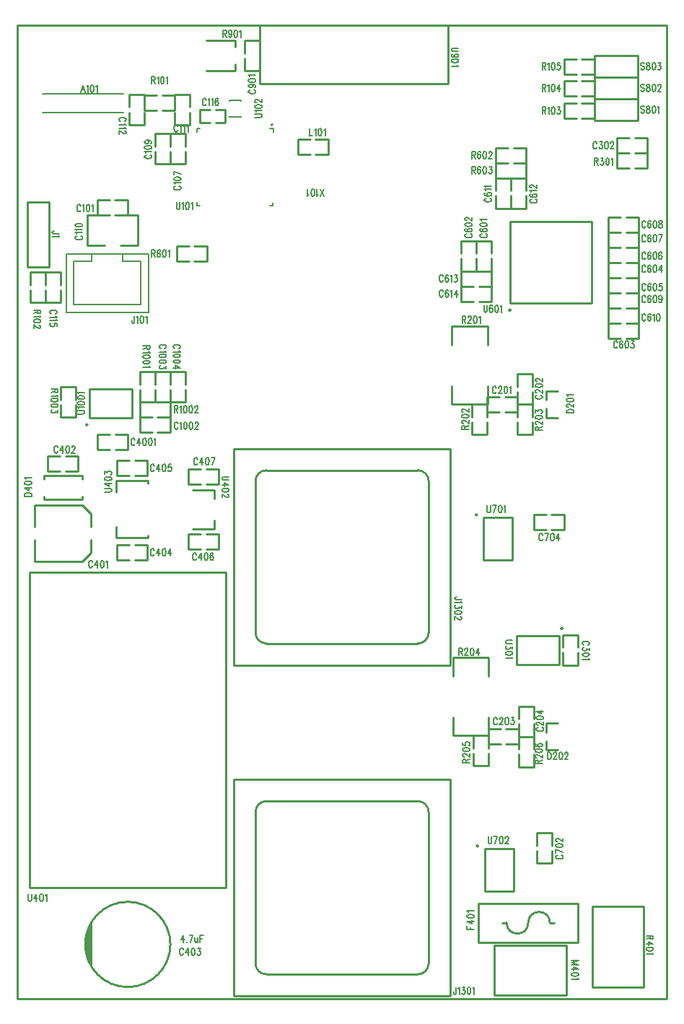
<source format=gto>
*
*
G04 PADS 9.3.1 Build Number: 456998 generated Gerber (RS-274-X) file*
G04 PC Version=2.1*
*
%IN "remoteMonitor.pcb"*%
*
%MOIN*%
*
%FSLAX35Y35*%
*
*
*
*
G04 PC Standard Apertures*
*
*
G04 Thermal Relief Aperture macro.*
%AMTER*
1,1,$1,0,0*
1,0,$1-$2,0,0*
21,0,$3,$4,0,0,45*
21,0,$3,$4,0,0,135*
%
*
*
G04 Annular Aperture macro.*
%AMANN*
1,1,$1,0,0*
1,0,$2,0,0*
%
*
*
G04 Odd Aperture macro.*
%AMODD*
1,1,$1,0,0*
1,0,$1-0.005,0,0*
%
*
*
G04 PC Custom Aperture Macros*
*
*
*
*
*
*
G04 PC Aperture Table*
*
%ADD010C,0.001*%
%ADD019C,0.01*%
%ADD020C,0.007*%
%ADD022C,0.005*%
*
*
*
*
G04 PC Circuitry*
G04 Layer Name remoteMonitor.pcb - circuitry*
%LPD*%
*
*
G04 PC Custom Flashes*
G04 Layer Name remoteMonitor.pcb - flashes*
%LPD*%
*
*
G04 PC Circuitry*
G04 Layer Name remoteMonitor.pcb - circuitry*
%LPD*%
*
G54D10*
G54D19*
G01X113000Y429700D02*
Y435500D01*
X106000*
Y429700*
X113000Y427300D02*
Y421500D01*
X106000*
Y427300*
X191503Y504677D02*
X196053D01*
Y510677*
X191503*
X189003Y504677D02*
X184453D01*
Y510677*
X189003*
X313000Y144000D02*
X359000D01*
Y126000*
X313000*
Y144000*
X324000Y135000D02*
X326000D01*
G75*
G03X336000I5000J0D01*
G01X346000D02*
G03X336000I-5000J0D01*
G01X346000D02*
X348000D01*
X366500Y515500D02*
X386500D01*
Y505500*
X366500*
Y515500*
Y525500D02*
X386500D01*
Y515500*
X366500*
Y525500*
Y535500D02*
X386500D01*
Y525500*
X366500*
Y535500*
X329193Y169343D02*
Y149657D01*
X315807*
Y169343*
X329193*
X312894Y170500D02*
G03X312894I-394J0D01*
G01X328693Y322343D02*
Y302657D01*
X315307*
Y322343*
X328693*
X312394Y323500D02*
G03X312394I-394J0D01*
G01X327602Y458898D02*
X365398D01*
Y421102*
X327602*
Y458898*
X327894Y418000D02*
G03X327894I-394J0D01*
G01X389311Y142701D02*
Y105299D01*
X365689*
Y142701*
X389311*
X349800Y368400D02*
X344200D01*
Y372500*
Y376500D02*
Y380600D01*
X349800*
X170685Y125000D02*
G03X170685I-19685J0D01*
G01X134000Y135000D02*
Y116000D01*
X133000Y133000D02*
Y117000D01*
X132000Y130000D02*
Y120000D01*
X145074Y461784D02*
X150874D01*
Y468784*
X145074*
X142674Y461784D02*
X136874D01*
Y468784*
X142674*
X170500Y491300D02*
Y485500D01*
X177500*
Y491300*
X170500Y493700D02*
Y499500D01*
X177500*
Y493700*
X163500Y491300D02*
Y485500D01*
X170500*
Y491300*
X163500Y493700D02*
Y499500D01*
X170500*
Y493700*
X120000Y429700D02*
Y435500D01*
X113000*
Y429700*
X120000Y427300D02*
Y421500D01*
X113000*
Y427300*
X134000Y312000D02*
Y306000D01*
X130000Y302000*
X108000*
Y312000*
X134000Y318000D02*
Y324000D01*
X130000Y328000*
X108000*
Y318000*
X353732Y101583D02*
X320268D01*
Y124417*
X353732*
Y101583*
X191000Y335000D02*
Y331000D01*
X191118Y321000D02*
Y317000D01*
Y316945D02*
X180882D01*
Y335055D02*
X191118D01*
X129850Y332000D02*
Y330500D01*
X112150*
Y332000*
X129850Y340000D02*
Y341500D01*
X112150*
Y340000*
X200693Y539437D02*
Y542587D01*
X187307*
X200693Y531563D02*
Y528413D01*
X187307*
X156500Y381300D02*
Y375500D01*
X163500*
Y381300*
X156500Y383700D02*
Y389500D01*
X163500*
Y383700*
X164700Y368500D02*
X170500D01*
Y375500*
X164700*
X162300Y368500D02*
X156500D01*
Y375500*
X162300*
X360700Y506500D02*
X366500D01*
Y513500*
X360700*
X358300Y506500D02*
X352500D01*
Y513500*
X358300*
X360700Y517000D02*
X366500D01*
Y524000*
X360700*
X358300Y517000D02*
X352500D01*
Y524000*
X358300*
X360700Y527000D02*
X366500D01*
Y534000*
X360700*
X358300Y527000D02*
X352500D01*
Y534000*
X358300*
X310000Y366300D02*
Y360500D01*
X317000*
Y366300*
X310000Y368700D02*
Y374500D01*
X317000*
Y368700*
X338000D02*
Y374500D01*
X331000*
Y368700*
X338000Y366300D02*
Y360500D01*
X331000*
Y366300*
X385200Y483500D02*
X391000D01*
Y490500*
X385200*
X382800Y483500D02*
X377000D01*
Y490500*
X382800*
X181700Y440500D02*
X187500D01*
Y447500*
X181700*
X179300Y440500D02*
X173500D01*
Y447500*
X179300*
X145717Y312811D02*
Y318000D01*
Y334000D02*
Y339189D01*
X160283*
Y312811D02*
X145717D01*
X160283Y339189D02*
Y338000D01*
Y314000D02*
Y312811D01*
X105724Y151165D02*
Y296835D01*
X196276*
Y151165*
X105724*
X200000Y354000D02*
X300000D01*
Y254000*
X200000*
Y354000*
X215000Y344000D02*
G03X210000Y339000I0J-5000D01*
G01X215000Y344000D02*
X285000D01*
X290000Y339000D02*
G03X285000Y344000I-5000J0D01*
G01X290000Y339000D02*
Y269000D01*
X285000Y264000D02*
G03X290000Y269000I0J5000D01*
G01X285000Y264000D02*
X215000D01*
X210000Y269000D02*
G03X215000Y264000I5000J0D01*
G01X210000Y269000D02*
Y339000D01*
X200000Y201200D02*
X300000D01*
Y101200*
X200000*
Y201200*
X215000Y191200D02*
G03X210000Y186200I0J-5000D01*
G01X215000Y191200D02*
X285000D01*
X290000Y186200D02*
G03X285000Y191200I-5000J0D01*
G01X290000Y186200D02*
Y116200D01*
X285000Y111200D02*
G03X290000Y116200I0J5000D01*
G01X285000Y111200D02*
X215000D01*
X210000Y116200D02*
G03X215000Y111200I5000J0D01*
G01X210000Y116200D02*
Y186200D01*
X162300Y368500D02*
X156500D01*
Y361500*
X162300*
X164700Y368500D02*
X170500D01*
Y361500*
X164700*
X170500Y383700D02*
Y389500D01*
X163500*
Y383700*
X170500Y381300D02*
Y375500D01*
X163500*
Y381300*
X322800Y378000D02*
X317000D01*
Y371000*
X322800*
X325200Y378000D02*
X331000D01*
Y371000*
X325200*
X331000Y380300D02*
Y374500D01*
X338000*
Y380300*
X331000Y382700D02*
Y388500D01*
X338000*
Y382700*
X177500Y383700D02*
Y389500D01*
X170500*
Y383700*
X177500Y381300D02*
Y375500D01*
X170500*
Y381300*
X352000Y259800D02*
Y254000D01*
X359000*
Y259800*
X352000Y262200D02*
Y268000D01*
X359000*
Y262200*
X142800Y360500D02*
X137000D01*
Y353500*
X142800*
X145200Y360500D02*
X151000D01*
Y353500*
X145200*
X122200Y343500D02*
X128000D01*
Y350500*
X122200*
X119800Y343500D02*
X114000D01*
Y350500*
X119800*
X154200Y302500D02*
X160000D01*
Y309500*
X154200*
X151800Y302500D02*
X146000D01*
Y309500*
X151800*
X154200Y341500D02*
X160000D01*
Y348500*
X154200*
X151800Y341500D02*
X146000D01*
Y348500*
X151800*
X184800Y314500D02*
X179000D01*
Y307500*
X184800*
X187200Y314500D02*
X193000D01*
Y307500*
X187200*
X184800Y344500D02*
X179000D01*
Y337500*
X184800*
X187200Y344500D02*
X193000D01*
Y337500*
X187200*
X312000Y441800D02*
Y436000D01*
X319000*
Y441800*
X312000Y444200D02*
Y450000D01*
X319000*
Y444200*
X305000Y441800D02*
Y436000D01*
X312000*
Y441800*
X305000Y444200D02*
Y450000D01*
X312000*
Y444200*
X378800Y412000D02*
X373000D01*
Y405000*
X378800*
X381200Y412000D02*
X387000D01*
Y405000*
X381200*
X378800Y440000D02*
X373000D01*
Y433000*
X378800*
X381200Y440000D02*
X387000D01*
Y433000*
X381200*
X378800D02*
X373000D01*
Y426000*
X378800*
X381200Y433000D02*
X387000D01*
Y426000*
X381200*
X378800Y447000D02*
X373000D01*
Y440000*
X378800*
X381200Y447000D02*
X387000D01*
Y440000*
X381200*
X378800Y454000D02*
X373000D01*
Y447000*
X378800*
X381200Y454000D02*
X387000D01*
Y447000*
X381200*
X378800Y461000D02*
X373000D01*
Y454000*
X378800*
X381200Y461000D02*
X387000D01*
Y454000*
X381200*
X378800Y426000D02*
X373000D01*
Y419000*
X378800*
X381200Y426000D02*
X387000D01*
Y419000*
X381200*
X378800D02*
X373000D01*
Y412000*
X378800*
X381200Y419000D02*
X387000D01*
Y412000*
X381200*
X321000Y470800D02*
Y465000D01*
X328000*
Y470800*
X321000Y473200D02*
Y479000D01*
X328000*
Y473200*
Y470800D02*
Y465000D01*
X335000*
Y470800*
X328000Y473200D02*
Y479000D01*
X335000*
Y473200*
X340000Y168300D02*
Y162500D01*
X347000*
Y168300*
X340000Y170700D02*
Y176500D01*
X347000*
Y170700*
X344300Y323500D02*
X338500D01*
Y316500*
X344300*
X346700Y323500D02*
X352500D01*
Y316500*
X346700*
X212000Y536700D02*
Y542500D01*
X205000*
Y536700*
X212000Y534300D02*
Y528500D01*
X205000*
Y534300*
X313200Y429000D02*
X319000D01*
Y436000*
X313200*
X310800Y429000D02*
X305000D01*
Y436000*
X310800*
X313200Y422000D02*
X319000D01*
Y429000*
X313200*
X310800Y422000D02*
X305000D01*
Y429000*
X310800*
X147723Y447774D02*
X155773D01*
Y461774*
X147723*
X140223Y447774D02*
X132173D01*
Y461774*
X140223*
X212000Y549429D02*
X299000D01*
Y522500*
X212000*
Y549429*
X179666Y511777D02*
Y517577D01*
X172666*
Y511777*
X179666Y509377D02*
Y503577D01*
X172666*
Y509377*
X158641Y511772D02*
Y517572D01*
X151641*
Y511772*
X158641Y509372D02*
Y503572D01*
X151641*
Y509372*
X166839Y510189D02*
X172639D01*
Y517189*
X166839*
X164439Y510189D02*
X158639D01*
Y517189*
X164439*
X300750Y383000D02*
Y374500D01*
X317250*
Y383000*
X300750Y402000D02*
Y410500D01*
X317250*
Y402000*
X382800Y497500D02*
X377000D01*
Y490500*
X382800*
X385200Y497500D02*
X391000D01*
Y490500*
X385200*
X114500Y468000D02*
Y438000D01*
X104500*
Y468000*
X114500*
X127000Y376700D02*
Y382500D01*
X120000*
Y376700*
X127000Y374300D02*
Y368500D01*
X120000*
Y374300*
X237700Y490000D02*
X243500D01*
Y497000*
X237700*
X235300Y490000D02*
X229500D01*
Y497000*
X235300*
X133157Y381693D02*
X152843D01*
Y368307*
X133157*
Y381693*
X132394Y365000D02*
G03X132394I-394J0D01*
G01X350343Y254307D02*
X330657D01*
Y267693*
X350343*
Y254307*
X351894Y271000D02*
G03X351894I-394J0D01*
G01X326800Y486000D02*
X321000D01*
Y479000*
X326800*
X329200Y486000D02*
X335000D01*
Y479000*
X329200*
X326800Y493000D02*
X321000D01*
Y486000*
X326800*
X329200Y493000D02*
X335000D01*
Y486000*
X329200*
X349800Y214900D02*
X344200D01*
Y219000*
Y223000D02*
Y227100D01*
X349800*
X331500Y226800D02*
Y221000D01*
X338500*
Y226800*
X331500Y229200D02*
Y235000D01*
X338500*
Y229200*
X323300Y224500D02*
X317500D01*
Y217500*
X323300*
X325700Y224500D02*
X331500D01*
Y217500*
X325700*
X310500Y213300D02*
Y207500D01*
X317500*
Y213300*
X310500Y215700D02*
Y221500D01*
X317500*
Y215700*
X338500Y215200D02*
Y221000D01*
X331500*
Y215200*
X338500Y212800D02*
Y207000D01*
X331500*
Y212800*
X301250Y230000D02*
Y221500D01*
X317750*
Y230000*
X301250Y249000D02*
Y257500D01*
X317750*
Y249000*
X100000Y100000D02*
X400000D01*
Y549500*
X100000*
Y100000*
G54D20*
X198040Y514661D02*
Y515055D01*
X203158*
Y514661*
X198040Y507575D02*
Y507181D01*
X203158*
Y507575*
X149135Y509346D02*
X111734D01*
X149135Y518008D02*
X111734D01*
X122500Y417000D02*
Y444000D01*
X160500*
Y417000*
X122500*
X148750Y444000D02*
Y440500D01*
X157000*
Y420500*
X126000*
Y440500*
X134250*
Y444000*
X148750*
X216741Y501835D02*
X218315D01*
Y500260*
X184457Y501835D02*
X182882D01*
Y500260*
X217995Y467655D02*
Y466401D01*
X216741*
X182882Y467976D02*
Y466401D01*
X184457*
X217953Y503618D02*
G03X217953I-354J0D01*
G54D22*
G01X209719Y507000D02*
X212062D01*
X212062D02*
X212531Y507114D01*
X212844Y507341*
X213000Y507682*
Y507909*
X212844Y508250*
X212531Y508477*
X212062Y508591*
X212062D02*
X209719D01*
X210344Y509614D02*
X210187Y509841D01*
X210187D02*
X209719Y510182D01*
X213000*
X209719Y511886D02*
X209875Y511545D01*
X210344Y511318*
X211125Y511205*
X211594*
X212375Y511318*
X212844Y511545*
X213000Y511886*
Y512114*
X212844Y512455*
X212375Y512682*
X211594Y512795*
X211125*
X210344Y512682*
X209875Y512455*
X209719Y512114*
Y511886*
X210500Y513932D02*
X210344D01*
X210031Y514045*
X209875Y514159*
X209719Y514386*
Y514841*
X209875Y515068*
X210031Y515182*
X210344Y515295*
X210656*
X210969Y515182*
X211437Y514955*
X211437D02*
X213000Y513818D01*
Y515409*
X130258Y522003D02*
X129349Y518721D01*
X130258Y522003D02*
X131167Y518721D01*
X129690Y519815D02*
X130826D01*
X132190Y521378D02*
X132417Y521534D01*
X132758Y522003*
Y518721*
X134463Y522003D02*
X134122Y521846D01*
X133894Y521378*
X133781Y520596*
Y520128*
X133894Y519346*
X134122Y518878*
X134463Y518721*
X134690*
X135031Y518878*
X135258Y519346*
X135372Y520128*
Y520596*
X135258Y521378*
X135031Y521846*
X134690Y522003*
X134463*
X136394Y521378D02*
X136622Y521534D01*
X136963Y522003*
Y518721*
X110781Y418000D02*
X107500D01*
X110781D02*
Y416977D01*
X110625Y416636*
X110469Y416523*
X110156Y416409*
X109844*
X109531Y416523*
X109375Y416636*
X109219Y416977*
Y418000*
Y417205D02*
X107500Y416409D01*
X110156Y415386D02*
X110313Y415159D01*
X110781Y414818*
X107500*
X110781Y413114D02*
X110625Y413455D01*
X110156Y413682*
X109375Y413795*
X108906*
X108125Y413682*
X107656Y413455*
X107500Y413114*
Y412886*
X107656Y412545*
X108125Y412318*
X108906Y412205*
X109375*
X110156Y412318*
X110625Y412545*
X110781Y412886*
Y413114*
X110000Y411068D02*
X110156D01*
X110469Y410955*
X110625Y410841*
X110781Y410614*
Y410159*
X110625Y409932*
X110469Y409818*
X110156Y409705*
X109844*
X109531Y409818*
X109063Y410045*
X107500Y411182*
Y409591*
X154136Y415281D02*
Y412781D01*
X154023Y412313*
X153909Y412156*
X153682Y412000*
X153455*
X153227Y412156*
X153114Y412313*
X153000Y412781*
Y413094*
X155159Y414656D02*
X155386Y414813D01*
X155727Y415281*
Y412000*
X157432Y415281D02*
X157091Y415125D01*
X156864Y414656*
X156750Y413875*
Y413406*
X156864Y412625*
X157091Y412156*
X157432Y412000*
X157659*
X158000Y412156*
X158227Y412625*
X158341Y413406*
Y413875*
X158227Y414656*
X158000Y415125*
X157659Y415281*
X157432*
X159364Y414656D02*
X159591Y414813D01*
X159932Y415281*
Y412000*
X187205Y515000D02*
X187091Y515312D01*
X187091D02*
X186864Y515625D01*
X186636Y515781*
X186182*
X185955Y515625*
X185727Y515312*
X185727D02*
X185614Y515000D01*
X185500Y514531*
Y513750*
X185614Y513281*
X185727Y512969*
X185955Y512656*
X186182Y512500*
X186636*
X186864Y512656*
X187091Y512969*
X187205Y513281*
X188227Y515156D02*
X188455Y515312D01*
X188455D02*
X188795Y515781D01*
Y512500*
X189818Y515156D02*
X190045Y515312D01*
X190045D02*
X190386Y515781D01*
Y512500*
X192773Y515312D02*
X192659Y515625D01*
X192318Y515781*
X192091*
X191750Y515625*
X191523Y515156*
X191409Y514375*
Y513594*
X191523Y512969*
X191750Y512656*
X192091Y512500*
X192205*
X192545Y512656*
X192773Y512969*
X192886Y513437*
X192886D02*
Y513594D01*
X192773Y514062*
X192773D02*
X192545Y514375D01*
X192205Y514531*
X192091*
X191750Y514375*
X191523Y514062*
X191523D02*
X191409Y513594D01*
X307719Y132000D02*
X311000D01*
X307719D02*
Y133477D01*
X309281Y132000D02*
Y132909D01*
X307719Y135636D02*
X309906Y134500D01*
Y136205*
X307719Y135636D02*
X311000D01*
X307719Y137909D02*
X307875Y137568D01*
X308344Y137341*
X309125Y137227*
X309594*
X310375Y137341*
X310844Y137568*
X311000Y137909*
Y138136*
X310844Y138477*
X310375Y138705*
X309594Y138818*
X309125*
X308344Y138705*
X307875Y138477*
X307719Y138136*
Y137909*
X308344Y139841D02*
X308187Y140068D01*
X308187D02*
X307719Y140409D01*
X311000*
X389591Y511813D02*
X389364Y512125D01*
X389023Y512281*
X388568*
X388227Y512125*
X388000Y511813*
X388000D02*
Y511500D01*
X388114Y511188*
X388114D02*
X388227Y511031D01*
X388455Y510875*
X389136Y510563*
X389136D02*
X389364Y510406D01*
X389477Y510250*
X389591Y509938*
X389591D02*
Y509469D01*
X389364Y509156*
X389023Y509000*
X388568*
X388227Y509156*
X388000Y509469*
X391182Y512281D02*
X390841Y512125D01*
X390727Y511813*
X390727D02*
Y511500D01*
X390841Y511188*
X390841D02*
X391068Y511031D01*
X391523Y510875*
X391864Y510719*
X392091Y510406*
X392205Y510094*
Y509625*
X392091Y509313*
X392091D02*
X391977Y509156D01*
X391636Y509000*
X391182*
X390841Y509156*
X390727Y509313*
X390727D02*
X390614Y509625D01*
Y510094*
X390727Y510406*
X390955Y510719*
X391295Y510875*
X391750Y511031*
X391977Y511188*
X391977D02*
X392091Y511500D01*
Y511813*
X392091D02*
X391977Y512125D01*
X391636Y512281*
X391182*
X393909D02*
X393568Y512125D01*
X393341Y511656*
X393227Y510875*
Y510406*
X393341Y509625*
X393568Y509156*
X393909Y509000*
X394136*
X394477Y509156*
X394705Y509625*
X394818Y510406*
Y510875*
X394705Y511656*
X394477Y512125*
X394136Y512281*
X393909*
X395841Y511656D02*
X396068Y511813D01*
X396068D02*
X396409Y512281D01*
Y509000*
X389591Y521813D02*
X389364Y522125D01*
X389023Y522281*
X388568*
X388227Y522125*
X388000Y521813*
X388000D02*
Y521500D01*
X388114Y521188*
X388114D02*
X388227Y521031D01*
X388455Y520875*
X389136Y520563*
X389136D02*
X389364Y520406D01*
X389477Y520250*
X389591Y519938*
X389591D02*
Y519469D01*
X389364Y519156*
X389023Y519000*
X388568*
X388227Y519156*
X388000Y519469*
X391182Y522281D02*
X390841Y522125D01*
X390727Y521813*
X390727D02*
Y521500D01*
X390841Y521188*
X390841D02*
X391068Y521031D01*
X391523Y520875*
X391864Y520719*
X392091Y520406*
X392205Y520094*
Y519625*
X392091Y519313*
X392091D02*
X391977Y519156D01*
X391636Y519000*
X391182*
X390841Y519156*
X390727Y519313*
X390727D02*
X390614Y519625D01*
Y520094*
X390727Y520406*
X390955Y520719*
X391295Y520875*
X391750Y521031*
X391977Y521188*
X391977D02*
X392091Y521500D01*
Y521813*
X392091D02*
X391977Y522125D01*
X391636Y522281*
X391182*
X393909D02*
X393568Y522125D01*
X393341Y521656*
X393227Y520875*
Y520406*
X393341Y519625*
X393568Y519156*
X393909Y519000*
X394136*
X394477Y519156*
X394705Y519625*
X394818Y520406*
Y520875*
X394705Y521656*
X394477Y522125*
X394136Y522281*
X393909*
X395955Y521500D02*
Y521656D01*
X396068Y521969*
X396182Y522125*
X396409Y522281*
X396864*
X397091Y522125*
X397205Y521969*
X397318Y521656*
Y521344*
X397205Y521031*
X396977Y520563*
X396977D02*
X395841Y519000D01*
X397432*
X389591Y531813D02*
X389364Y532125D01*
X389023Y532281*
X388568*
X388227Y532125*
X388000Y531813*
X388000D02*
Y531500D01*
X388114Y531188*
X388114D02*
X388227Y531031D01*
X388455Y530875*
X389136Y530563*
X389136D02*
X389364Y530406D01*
X389477Y530250*
X389591Y529938*
X389591D02*
Y529469D01*
X389364Y529156*
X389023Y529000*
X388568*
X388227Y529156*
X388000Y529469*
X391182Y532281D02*
X390841Y532125D01*
X390727Y531813*
X390727D02*
Y531500D01*
X390841Y531188*
X390841D02*
X391068Y531031D01*
X391523Y530875*
X391864Y530719*
X392091Y530406*
X392205Y530094*
Y529625*
X392091Y529313*
X392091D02*
X391977Y529156D01*
X391636Y529000*
X391182*
X390841Y529156*
X390727Y529313*
X390727D02*
X390614Y529625D01*
Y530094*
X390727Y530406*
X390955Y530719*
X391295Y530875*
X391750Y531031*
X391977Y531188*
X391977D02*
X392091Y531500D01*
Y531813*
X392091D02*
X391977Y532125D01*
X391636Y532281*
X391182*
X393909D02*
X393568Y532125D01*
X393341Y531656*
X393227Y530875*
Y530406*
X393341Y529625*
X393568Y529156*
X393909Y529000*
X394136*
X394477Y529156*
X394705Y529625*
X394818Y530406*
Y530875*
X394705Y531656*
X394477Y532125*
X394136Y532281*
X393909*
X396068D02*
X397318D01*
X396636Y531031*
X396977*
X397205Y530875*
X397318Y530719*
X397432Y530250*
Y529938*
X397432D02*
X397318Y529469D01*
X397091Y529156*
X396750Y529000*
X396409*
X396068Y529156*
X395955Y529313*
X395955D02*
X395841Y529625D01*
X317500Y174781D02*
Y172438D01*
X317500D02*
X317614Y171969D01*
X317841Y171656*
X318182Y171500*
X318409*
X318750Y171656*
X318977Y171969*
X319091Y172438*
X319091D02*
Y174781D01*
X321705D02*
X320568Y171500D01*
X320114Y174781D02*
X321705D01*
X323409D02*
X323068Y174625D01*
X322841Y174156*
X322727Y173375*
Y172906*
X322841Y172125*
X323068Y171656*
X323409Y171500*
X323636*
X323977Y171656*
X324205Y172125*
X324318Y172906*
Y173375*
X324205Y174156*
X323977Y174625*
X323636Y174781*
X323409*
X325455Y174000D02*
Y174156D01*
X325568Y174469*
X325682Y174625*
X325909Y174781*
X326364*
X326591Y174625*
X326705Y174469*
X326818Y174156*
Y173844*
X326705Y173531*
X326477Y173063*
X326477D02*
X325341Y171500D01*
X326932*
X317000Y327781D02*
Y325438D01*
X317000D02*
X317114Y324969D01*
X317341Y324656*
X317682Y324500*
X317909*
X318250Y324656*
X318477Y324969*
X318591Y325438*
X318591D02*
Y327781D01*
X321205D02*
X320068Y324500D01*
X319614Y327781D02*
X321205D01*
X322909D02*
X322568Y327625D01*
X322341Y327156*
X322227Y326375*
Y325906*
X322341Y325125*
X322568Y324656*
X322909Y324500*
X323136*
X323477Y324656*
X323705Y325125*
X323818Y325906*
Y326375*
X323705Y327156*
X323477Y327625*
X323136Y327781*
X322909*
X324841Y327156D02*
X325068Y327313D01*
X325068D02*
X325409Y327781D01*
Y324500*
X315500Y420281D02*
Y417938D01*
X315500D02*
X315614Y417469D01*
X315841Y417156*
X316182Y417000*
X316409*
X316750Y417156*
X316977Y417469*
X317091Y417938*
X317091D02*
Y420281D01*
X319477Y419813D02*
X319364Y420125D01*
X319023Y420281*
X318795*
X318455Y420125*
X318227Y419656*
X318114Y418875*
Y418094*
X318227Y417469*
X318455Y417156*
X318795Y417000*
X318909*
X319250Y417156*
X319477Y417469*
X319591Y417938*
X319591D02*
Y418094D01*
X319477Y418563*
X319477D02*
X319250Y418875D01*
X318909Y419031*
X318795*
X318455Y418875*
X318227Y418563*
X318227D02*
X318114Y418094D01*
X321295Y420281D02*
X320955Y420125D01*
X320727Y419656*
X320614Y418875*
Y418406*
X320727Y417625*
X320955Y417156*
X321295Y417000*
X321523*
X321864Y417156*
X322091Y417625*
X322205Y418406*
Y418875*
X322091Y419656*
X321864Y420125*
X321523Y420281*
X321295*
X323227Y419656D02*
X323455Y419813D01*
X323455D02*
X323795Y420281D01*
Y417000*
X393781Y129000D02*
X390500D01*
X393781D02*
Y127977D01*
X393625Y127636*
X393469Y127523*
X393156Y127409*
X392844*
X392531Y127523*
X392375Y127636*
X392219Y127977*
Y129000*
Y128205D02*
X390500Y127409D01*
X393781Y125250D02*
X391594Y126386D01*
Y124682*
X393781Y125250D02*
X390500D01*
X393781Y122977D02*
X393625Y123318D01*
X393156Y123545*
X392375Y123659*
X391906*
X391125Y123545*
X390656Y123318*
X390500Y122977*
Y122750*
X390656Y122409*
X391125Y122182*
X391906Y122068*
X392375*
X393156Y122182*
X393625Y122409*
X393781Y122750*
Y122977*
X393156Y121045D02*
X393313Y120818D01*
X393313D02*
X393781Y120477D01*
X390500*
X353719Y370500D02*
X357000D01*
X353719D02*
Y371295D01*
X353875Y371636*
X354187Y371864*
X354187D02*
X354500Y371977D01*
X354969Y372091*
X355750*
X356219Y371977*
X356531Y371864*
X356844Y371636*
X357000Y371295*
Y370500*
X354500Y373227D02*
X354344D01*
X354031Y373341*
X353875Y373455*
X353719Y373682*
Y374136*
X353875Y374364*
X354031Y374477*
X354344Y374591*
X354656*
X354969Y374477*
X355437Y374250*
X355437D02*
X357000Y373114D01*
Y374705*
X353719Y376409D02*
X353875Y376068D01*
X354344Y375841*
X355125Y375727*
X355594*
X356375Y375841*
X356844Y376068*
X357000Y376409*
Y376636*
X356844Y376977*
X356375Y377205*
X355594Y377318*
X355125*
X354344Y377205*
X353875Y376977*
X353719Y376636*
Y376409*
X354344Y378341D02*
X354187Y378568D01*
X354187D02*
X353719Y378909D01*
X357000*
X176705Y122500D02*
X176591Y122813D01*
X176591D02*
X176364Y123125D01*
X176136Y123281*
X175682*
X175455Y123125*
X175227Y122813*
X175227D02*
X175114Y122500D01*
X175000Y122031*
Y121250*
X175114Y120781*
X175227Y120469*
X175455Y120156*
X175682Y120000*
X176136*
X176364Y120156*
X176591Y120469*
X176705Y120781*
X178864Y123281D02*
X177727Y121094D01*
X179432*
X178864Y123281D02*
Y120000D01*
X181136Y123281D02*
X180795Y123125D01*
X180568Y122656*
X180455Y121875*
Y121406*
X180568Y120625*
X180795Y120156*
X181136Y120000*
X181364*
X181705Y120156*
X181932Y120625*
X182045Y121406*
Y121875*
X181932Y122656*
X181705Y123125*
X181364Y123281*
X181136*
X183295D02*
X184545D01*
X183864Y122031*
X184205*
X184432Y121875*
X184545Y121719*
X184659Y121250*
Y120938*
X184659D02*
X184545Y120469D01*
X184318Y120156*
X183977Y120000*
X183636*
X183295Y120156*
X183182Y120313*
X183182D02*
X183068Y120625D01*
X129205Y466000D02*
X129091Y466313D01*
X129091D02*
X128864Y466625D01*
X128636Y466781*
X128182*
X127955Y466625*
X127727Y466313*
X127727D02*
X127614Y466000D01*
X127500Y465531*
Y464750*
X127614Y464281*
X127727Y463969*
X127955Y463656*
X128182Y463500*
X128636*
X128864Y463656*
X129091Y463969*
X129205Y464281*
X130227Y466156D02*
X130455Y466313D01*
X130455D02*
X130795Y466781D01*
Y463500*
X132500Y466781D02*
X132159Y466625D01*
X131932Y466156*
X131818Y465375*
Y464906*
X131932Y464125*
X132159Y463656*
X132500Y463500*
X132727*
X133068Y463656*
X133295Y464125*
X133409Y464906*
Y465375*
X133295Y466156*
X133068Y466625*
X132727Y466781*
X132500*
X134432Y466156D02*
X134659Y466313D01*
X134659D02*
X135000Y466781D01*
Y463500*
X173000Y475205D02*
X172687Y475091D01*
X172687D02*
X172375Y474864D01*
X172219Y474636*
Y474182*
X172375Y473955*
X172687Y473727*
X172687D02*
X173000Y473614D01*
X173469Y473500*
X174250*
X174719Y473614*
X175031Y473727*
X175344Y473955*
X175500Y474182*
Y474636*
X175344Y474864*
X175031Y475091*
X174719Y475205*
X172844Y476227D02*
X172687Y476455D01*
X172687D02*
X172219Y476795D01*
X175500*
X172219Y478500D02*
X172375Y478159D01*
X172844Y477932*
X173625Y477818*
X174094*
X174875Y477932*
X175344Y478159*
X175500Y478500*
Y478727*
X175344Y479068*
X174875Y479295*
X174094Y479409*
X173625*
X172844Y479295*
X172375Y479068*
X172219Y478727*
Y478500*
Y482023D02*
X175500Y480886D01*
X172219Y480432D02*
Y482023D01*
X159500Y489705D02*
X159187Y489591D01*
X159187D02*
X158875Y489364D01*
X158719Y489136*
Y488682*
X158875Y488455*
X159187Y488227*
X159187D02*
X159500Y488114D01*
X159969Y488000*
X160750*
X161219Y488114*
X161531Y488227*
X161844Y488455*
X162000Y488682*
Y489136*
X161844Y489364*
X161531Y489591*
X161219Y489705*
X159344Y490727D02*
X159187Y490955D01*
X159187D02*
X158719Y491295D01*
X162000*
X158719Y493000D02*
X158875Y492659D01*
X159344Y492432*
X160125Y492318*
X160594*
X161375Y492432*
X161844Y492659*
X162000Y493000*
Y493227*
X161844Y493568*
X161375Y493795*
X160594Y493909*
X160125*
X159344Y493795*
X158875Y493568*
X158719Y493227*
Y493000*
X159812Y496409D02*
X160281Y496295D01*
X160594Y496068*
X160750Y495727*
Y495614*
X160594Y495273*
X160281Y495045*
X159812Y494932*
X159812D02*
X159656D01*
X159187Y495045*
X159187D02*
X158875Y495273D01*
X158719Y495614*
Y495727*
X158875Y496068*
X159187Y496295*
X159187D02*
X159812Y496409D01*
X159812D02*
X160594D01*
X161375Y496295*
X161844Y496068*
X162000Y495727*
Y495500*
X161844Y495159*
X161531Y495045*
X117500Y416295D02*
X117813Y416409D01*
X118125Y416636*
X118281Y416864*
Y417318*
X118125Y417545*
X117813Y417773*
X117500Y417886*
X117031Y418000*
X116250*
X115781Y417886*
X115469Y417773*
X115156Y417545*
X115000Y417318*
Y416864*
X115156Y416636*
X115469Y416409*
X115781Y416295*
X117656Y415273D02*
X117813Y415045D01*
X118281Y414705*
X115000*
X117656Y413682D02*
X117813Y413455D01*
X118281Y413114*
X115000*
X118281Y410614D02*
Y411750D01*
X116875Y411864*
X117031Y411750*
X117188Y411409*
Y411068*
X117031Y410727*
X116719Y410500*
X116250Y410386*
X115938Y410500*
X115469Y410614*
X115156Y410841*
X115000Y411182*
Y411523*
X115156Y411864*
X115313Y411977*
X115625Y412091*
X134705Y301500D02*
X134591Y301813D01*
X134364Y302125*
X134136Y302281*
X133682*
X133455Y302125*
X133227Y301813*
X133114Y301500*
X133000Y301031*
Y300250*
X133114Y299781*
X133227Y299469*
X133455Y299156*
X133682Y299000*
X134136*
X134364Y299156*
X134591Y299469*
X134705Y299781*
X136864Y302281D02*
X135727Y300094D01*
X137432*
X136864Y302281D02*
Y299000D01*
X139136Y302281D02*
X138795Y302125D01*
X138568Y301656*
X138455Y300875*
Y300406*
X138568Y299625*
X138795Y299156*
X139136Y299000*
X139364*
X139705Y299156*
X139932Y299625*
X140045Y300406*
Y300875*
X139932Y301656*
X139705Y302125*
X139364Y302281*
X139136*
X141068Y301656D02*
X141295Y301813D01*
X141636Y302281*
Y299000*
X359281Y117500D02*
X356000D01*
X359281D02*
X356000Y116591D01*
X359281Y115682D02*
X356000Y116591D01*
X359281Y115682D02*
X356000D01*
X359281Y113523D02*
X357094Y114659D01*
Y112955*
X359281Y113523D02*
X356000D01*
X359281Y111250D02*
X359125Y111591D01*
X358656Y111818*
X357875Y111932*
X357406*
X356625Y111818*
X356156Y111591*
X356000Y111250*
Y111023*
X356156Y110682*
X356625Y110455*
X357406Y110341*
X357875*
X358656Y110455*
X359125Y110682*
X359281Y111023*
Y111250*
X358656Y109318D02*
X358813Y109091D01*
X358813D02*
X359281Y108750D01*
X356000*
X197781Y341000D02*
X195437D01*
X195437D02*
X194969Y340886D01*
X194656Y340659*
X194500Y340318*
Y340091*
X194656Y339750*
X194969Y339523*
X195437Y339409*
X195437D02*
X197781D01*
Y337250D02*
X195594Y338386D01*
Y336682*
X197781Y337250D02*
X194500D01*
X197781Y334977D02*
X197625Y335318D01*
X197156Y335545*
X196375Y335659*
X195906*
X195125Y335545*
X194656Y335318*
X194500Y334977*
Y334750*
X194656Y334409*
X195125Y334182*
X195906Y334068*
X196375*
X197156Y334182*
X197625Y334409*
X197781Y334750*
Y334977*
X197000Y332932D02*
X197156D01*
X197469Y332818*
X197625Y332705*
X197781Y332477*
Y332023*
X197625Y331795*
X197469Y331682*
X197156Y331568*
X196844*
X196531Y331682*
X196062Y331909*
X196062D02*
X194500Y333045D01*
Y331455*
X103219Y332000D02*
X106500D01*
X103219D02*
Y332795D01*
X103375Y333136*
X103687Y333364*
X103687D02*
X104000Y333477D01*
X104469Y333591*
X105250*
X105719Y333477*
X106031Y333364*
X106344Y333136*
X106500Y332795*
Y332000*
X103219Y335750D02*
X105406Y334614D01*
Y336318*
X103219Y335750D02*
X106500D01*
X103219Y338023D02*
X103375Y337682D01*
X103844Y337455*
X104625Y337341*
X105094*
X105875Y337455*
X106344Y337682*
X106500Y338023*
Y338250*
X106344Y338591*
X105875Y338818*
X105094Y338932*
X104625*
X103844Y338818*
X103375Y338591*
X103219Y338250*
Y338023*
X103844Y339955D02*
X103687Y340182D01*
X103687D02*
X103219Y340523D01*
X106500*
X195000Y547281D02*
Y544000D01*
Y547281D02*
X196023D01*
X196364Y547125*
X196477Y546969*
X196591Y546656*
Y546344*
X196477Y546031*
X196364Y545875*
X196023Y545719*
X195000*
X195795D02*
X196591Y544000D01*
X199091Y546188D02*
X198977Y545719D01*
X198750Y545406*
X198409Y545250*
X198295*
X197955Y545406*
X197727Y545719*
X197614Y546188*
X197614D02*
Y546344D01*
X197727Y546813*
X197727D02*
X197955Y547125D01*
X198295Y547281*
X198409*
X198750Y547125*
X198977Y546813*
X198977D02*
X199091Y546188D01*
X199091D02*
Y545406D01*
X198977Y544625*
X198750Y544156*
X198409Y544000*
X198182*
X197841Y544156*
X197727Y544469*
X200795Y547281D02*
X200455Y547125D01*
X200227Y546656*
X200114Y545875*
Y545406*
X200227Y544625*
X200455Y544156*
X200795Y544000*
X201023*
X201364Y544156*
X201591Y544625*
X201705Y545406*
Y545875*
X201591Y546656*
X201364Y547125*
X201023Y547281*
X200795*
X202727Y546656D02*
X202955Y546813D01*
X202955D02*
X203295Y547281D01*
Y544000*
X161281Y401500D02*
X158000D01*
X161281D02*
Y400477D01*
X161125Y400136*
X160969Y400023*
X160656Y399909*
X160344*
X160031Y400023*
X159875Y400136*
X159719Y400477*
Y401500*
Y400705D02*
X158000Y399909D01*
X160656Y398886D02*
X160813Y398659D01*
X160813D02*
X161281Y398318D01*
X158000*
X161281Y396614D02*
X161125Y396955D01*
X160656Y397182*
X159875Y397295*
X159406*
X158625Y397182*
X158156Y396955*
X158000Y396614*
Y396386*
X158156Y396045*
X158625Y395818*
X159406Y395705*
X159875*
X160656Y395818*
X161125Y396045*
X161281Y396386*
Y396614*
Y394000D02*
X161125Y394341D01*
X160656Y394568*
X159875Y394682*
X159406*
X158625Y394568*
X158156Y394341*
X158000Y394000*
Y393773*
X158156Y393432*
X158625Y393205*
X159406Y393091*
X159875*
X160656Y393205*
X161125Y393432*
X161281Y393773*
Y394000*
X160656Y392068D02*
X160813Y391841D01*
X160813D02*
X161281Y391500D01*
X158000*
X172500Y373781D02*
Y370500D01*
Y373781D02*
X173523D01*
X173864Y373625*
X173977Y373469*
X174091Y373156*
Y372844*
X173977Y372531*
X173864Y372375*
X173523Y372219*
X172500*
X173295D02*
X174091Y370500D01*
X175114Y373156D02*
X175341Y373313D01*
X175682Y373781*
Y370500*
X177386Y373781D02*
X177045Y373625D01*
X176818Y373156*
X176705Y372375*
Y371906*
X176818Y371125*
X177045Y370656*
X177386Y370500*
X177614*
X177955Y370656*
X178182Y371125*
X178295Y371906*
Y372375*
X178182Y373156*
X177955Y373625*
X177614Y373781*
X177386*
X180000D02*
X179659Y373625D01*
X179432Y373156*
X179318Y372375*
Y371906*
X179432Y371125*
X179659Y370656*
X180000Y370500*
X180227*
X180568Y370656*
X180795Y371125*
X180909Y371906*
Y372375*
X180795Y373156*
X180568Y373625*
X180227Y373781*
X180000*
X182045Y373000D02*
Y373156D01*
X182159Y373469*
X182273Y373625*
X182500Y373781*
X182955*
X183182Y373625*
X183295Y373469*
X183409Y373156*
Y372844*
X183295Y372531*
X183068Y372063*
X181932Y370500*
X183523*
X342500Y511781D02*
Y508500D01*
Y511781D02*
X343523D01*
X343864Y511625*
X343977Y511469*
X344091Y511156*
Y510844*
X343977Y510531*
X343864Y510375*
X343523Y510219*
X342500*
X343295D02*
X344091Y508500D01*
X345114Y511156D02*
X345341Y511313D01*
X345341D02*
X345682Y511781D01*
Y508500*
X347386Y511781D02*
X347045Y511625D01*
X346818Y511156*
X346705Y510375*
Y509906*
X346818Y509125*
X347045Y508656*
X347386Y508500*
X347614*
X347955Y508656*
X348182Y509125*
X348295Y509906*
Y510375*
X348182Y511156*
X347955Y511625*
X347614Y511781*
X347386*
X349545D02*
X350795D01*
X350114Y510531*
X350455*
X350682Y510375*
X350795Y510219*
X350909Y509750*
Y509438*
X350909D02*
X350795Y508969D01*
X350568Y508656*
X350227Y508500*
X349886*
X349545Y508656*
X349432Y508813*
X349432D02*
X349318Y509125D01*
X342500Y522281D02*
Y519000D01*
Y522281D02*
X343523D01*
X343864Y522125*
X343977Y521969*
X344091Y521656*
Y521344*
X343977Y521031*
X343864Y520875*
X343523Y520719*
X342500*
X343295D02*
X344091Y519000D01*
X345114Y521656D02*
X345341Y521813D01*
X345341D02*
X345682Y522281D01*
Y519000*
X347386Y522281D02*
X347045Y522125D01*
X346818Y521656*
X346705Y520875*
Y520406*
X346818Y519625*
X347045Y519156*
X347386Y519000*
X347614*
X347955Y519156*
X348182Y519625*
X348295Y520406*
Y520875*
X348182Y521656*
X347955Y522125*
X347614Y522281*
X347386*
X350455D02*
X349318Y520094D01*
X351023*
X350455Y522281D02*
Y519000D01*
X342500Y532281D02*
Y529000D01*
Y532281D02*
X343523D01*
X343864Y532125*
X343977Y531969*
X344091Y531656*
Y531344*
X343977Y531031*
X343864Y530875*
X343523Y530719*
X342500*
X343295D02*
X344091Y529000D01*
X345114Y531656D02*
X345341Y531813D01*
X345341D02*
X345682Y532281D01*
Y529000*
X347386Y532281D02*
X347045Y532125D01*
X346818Y531656*
X346705Y530875*
Y530406*
X346818Y529625*
X347045Y529156*
X347386Y529000*
X347614*
X347955Y529156*
X348182Y529625*
X348295Y530406*
Y530875*
X348182Y531656*
X347955Y532125*
X347614Y532281*
X347386*
X350795D02*
X349659D01*
X349545Y530875*
X349659Y531031*
X350000Y531188*
X350000D02*
X350341D01*
X350341D02*
X350682Y531031D01*
X350909Y530719*
X351023Y530250*
X350909Y529938*
X350909D02*
X350795Y529469D01*
X350568Y529156*
X350227Y529000*
X349886*
X349545Y529156*
X349432Y529313*
X349432D02*
X349318Y529625D01*
X305219Y363000D02*
X308500D01*
X305219D02*
Y364023D01*
X305375Y364364*
X305531Y364477*
X305844Y364591*
X306156*
X306469Y364477*
X306625Y364364*
X306781Y364023*
Y363000*
Y363795D02*
X308500Y364591D01*
X306000Y365727D02*
X305844D01*
X305531Y365841*
X305375Y365955*
X305219Y366182*
Y366636*
X305375Y366864*
X305531Y366977*
X305844Y367091*
X306156*
X306469Y366977*
X306937Y366750*
X306937D02*
X308500Y365614D01*
Y367205*
X305219Y368909D02*
X305375Y368568D01*
X305844Y368341*
X306625Y368227*
X307094*
X307875Y368341*
X308344Y368568*
X308500Y368909*
Y369136*
X308344Y369477*
X307875Y369705*
X307094Y369818*
X306625*
X305844Y369705*
X305375Y369477*
X305219Y369136*
Y368909*
X306000Y370955D02*
X305844D01*
X305531Y371068*
X305375Y371182*
X305219Y371409*
Y371864*
X305375Y372091*
X305531Y372205*
X305844Y372318*
X306156*
X306469Y372205*
X306937Y371977*
X306937D02*
X308500Y370841D01*
Y372432*
X339219Y362500D02*
X342500D01*
X339219D02*
Y363523D01*
X339375Y363864*
X339531Y363977*
X339844Y364091*
X340156*
X340469Y363977*
X340625Y363864*
X340781Y363523*
Y362500*
Y363295D02*
X342500Y364091D01*
X340000Y365227D02*
X339844D01*
X339531Y365341*
X339375Y365455*
X339219Y365682*
Y366136*
X339375Y366364*
X339531Y366477*
X339844Y366591*
X340156*
X340469Y366477*
X340937Y366250*
X340937D02*
X342500Y365114D01*
Y366705*
X339219Y368409D02*
X339375Y368068D01*
X339844Y367841*
X340625Y367727*
X341094*
X341875Y367841*
X342344Y368068*
X342500Y368409*
Y368636*
X342344Y368977*
X341875Y369205*
X341094Y369318*
X340625*
X339844Y369205*
X339375Y368977*
X339219Y368636*
Y368409*
Y370568D02*
Y371818D01*
X340469Y371136*
Y371477*
X340625Y371705*
X340781Y371818*
X341250Y371932*
X341562*
X341562D02*
X342031Y371818D01*
X342344Y371591*
X342500Y371250*
Y370909*
X342344Y370568*
X342187Y370455*
X342187D02*
X341875Y370341D01*
X366648Y488310D02*
Y485029D01*
Y488310D02*
X367671D01*
X368012Y488154*
X368126Y487998*
X368239Y487685*
Y487373*
X368126Y487060*
X368012Y486904*
X367671Y486748*
X366648*
X367444D02*
X368239Y485029D01*
X369489Y488310D02*
X370739D01*
X370057Y487060*
X370398*
X370626Y486904*
X370739Y486748*
X370853Y486279*
Y485966*
X370739Y485498*
X370512Y485185*
X370171Y485029*
X369830*
X369489Y485185*
X369376Y485341*
X369262Y485654*
X372557Y488310D02*
X372217Y488154D01*
X372217D02*
X371989Y487685D01*
X371876Y486904*
Y486435*
X371989Y485654*
X372217Y485185*
X372217D02*
X372557Y485029D01*
X372785*
X373126Y485185*
X373353Y485654*
X373467Y486435*
X373467D02*
Y486904D01*
X373467D02*
X373353Y487685D01*
X373126Y488154*
X372785Y488310*
X372557*
X374489Y487685D02*
X374717Y487841D01*
X374717D02*
X375057Y488310D01*
Y485029*
X162000Y445781D02*
Y442500D01*
Y445781D02*
X163023D01*
X163364Y445625*
X163477Y445469*
X163591Y445156*
Y444844*
X163477Y444531*
X163364Y444375*
X163023Y444219*
X162000*
X162795D02*
X163591Y442500D01*
X165977Y445313D02*
X165864Y445625D01*
X165523Y445781*
X165295*
X164955Y445625*
X164727Y445156*
X164614Y444375*
Y443594*
X164727Y442969*
X164955Y442656*
X165295Y442500*
X165409*
X165750Y442656*
X165977Y442969*
X166091Y443438*
X166091D02*
Y443594D01*
X165977Y444063*
X165977D02*
X165750Y444375D01*
X165409Y444531*
X165295*
X164955Y444375*
X164727Y444063*
X164727D02*
X164614Y443594D01*
X167795Y445781D02*
X167455Y445625D01*
X167227Y445156*
X167114Y444375*
Y443906*
X167227Y443125*
X167455Y442656*
X167795Y442500*
X168023*
X168364Y442656*
X168591Y443125*
X168705Y443906*
Y444375*
X168591Y445156*
X168364Y445625*
X168023Y445781*
X167795*
X169727Y445156D02*
X169955Y445313D01*
X169955D02*
X170295Y445781D01*
Y442500*
X241500Y470719D02*
X239909Y474000D01*
Y470719D02*
X241500Y474000D01*
X238886Y471344D02*
X238659Y471187D01*
X238659D02*
X238318Y470719D01*
Y474000*
X236614Y470719D02*
X236955Y470875D01*
X237182Y471344*
X237295Y472125*
Y472594*
X237182Y473375*
X236955Y473844*
X236614Y474000*
X236386*
X236045Y473844*
X235818Y473375*
X235705Y472594*
Y472125*
X235818Y471344*
X236045Y470875*
X236386Y470719*
X236614*
X234682Y471344D02*
X234455Y471187D01*
X234455D02*
X234114Y470719D01*
Y474000*
X140219Y334000D02*
X142562D01*
X142562D02*
X143031Y334114D01*
X143344Y334341*
X143500Y334682*
Y334909*
X143344Y335250*
X143031Y335477*
X142562Y335591*
X142562D02*
X140219D01*
Y337750D02*
X142406Y336614D01*
Y338318*
X140219Y337750D02*
X143500D01*
X140219Y340023D02*
X140375Y339682D01*
X140844Y339455*
X141625Y339341*
X142094*
X142875Y339455*
X143344Y339682*
X143500Y340023*
Y340250*
X143344Y340591*
X142875Y340818*
X142094Y340932*
X141625*
X140844Y340818*
X140375Y340591*
X140219Y340250*
Y340023*
Y342182D02*
Y343432D01*
X141469Y342750*
Y343091*
X141625Y343318*
X141781Y343432*
X142250Y343545*
X142562*
X142562D02*
X143031Y343432D01*
X143344Y343205*
X143500Y342864*
Y342523*
X143344Y342182*
X143187Y342068*
X143187D02*
X142875Y341955D01*
X105000Y148281D02*
Y145938D01*
X105000D02*
X105114Y145469D01*
X105341Y145156*
X105682Y145000*
X105909*
X106250Y145156*
X106477Y145469*
X106591Y145938*
X106591D02*
Y148281D01*
X108750D02*
X107614Y146094D01*
X109318*
X108750Y148281D02*
Y145000D01*
X111023Y148281D02*
X110682Y148125D01*
X110455Y147656*
X110341Y146875*
Y146406*
X110455Y145625*
X110682Y145156*
X111023Y145000*
X111250*
X111591Y145156*
X111818Y145625*
X111932Y146406*
Y146875*
X111818Y147656*
X111591Y148125*
X111250Y148281*
X111023*
X112955Y147656D02*
X113182Y147813D01*
X113182D02*
X113523Y148281D01*
Y145000*
X305281Y284364D02*
X302781D01*
X302313Y284477*
X302313D02*
X302156Y284591D01*
X302000Y284818*
Y285045*
X302156Y285273*
X302313Y285386*
X302313D02*
X302781Y285500D01*
X303094*
X304656Y283341D02*
X304813Y283114D01*
X304813D02*
X305281Y282773D01*
X302000*
X305281Y281523D02*
Y280273D01*
X304031Y280955*
Y280614*
X303875Y280386*
X303719Y280273*
X303250Y280159*
X302938*
X302938D02*
X302469Y280273D01*
X302156Y280500*
X302000Y280841*
Y281182*
X302156Y281523*
X302313Y281636*
X302313D02*
X302625Y281750D01*
X305281Y278455D02*
X305125Y278795D01*
X304656Y279023*
X303875Y279136*
X303406*
X302625Y279023*
X302156Y278795*
X302000Y278455*
Y278227*
X302156Y277886*
X302625Y277659*
X303406Y277545*
X303875*
X304656Y277659*
X305125Y277886*
X305281Y278227*
Y278455*
X304500Y276409D02*
X304656D01*
X304969Y276295*
X305125Y276182*
X305281Y275955*
Y275500*
X305125Y275273*
X304969Y275159*
X304656Y275045*
X304344*
X304031Y275159*
X303563Y275386*
X303563D02*
X302000Y276523D01*
Y274932*
X302636Y105281D02*
Y102781D01*
X302523Y102313*
X302523D02*
X302409Y102156D01*
X302182Y102000*
X301955*
X301727Y102156*
X301614Y102313*
X301614D02*
X301500Y102781D01*
Y103094*
X303659Y104656D02*
X303886Y104813D01*
X303886D02*
X304227Y105281D01*
Y102000*
X305477Y105281D02*
X306727D01*
X306045Y104031*
X306386*
X306614Y103875*
X306727Y103719*
X306841Y103250*
Y102938*
X306841D02*
X306727Y102469D01*
X306500Y102156*
X306159Y102000*
X305818*
X305477Y102156*
X305364Y102313*
X305364D02*
X305250Y102625D01*
X308545Y105281D02*
X308205Y105125D01*
X307977Y104656*
X307864Y103875*
Y103406*
X307977Y102625*
X308205Y102156*
X308545Y102000*
X308773*
X309114Y102156*
X309341Y102625*
X309455Y103406*
Y103875*
X309341Y104656*
X309114Y105125*
X308773Y105281*
X308545*
X310477Y104656D02*
X310705Y104813D01*
X310705D02*
X311045Y105281D01*
Y102000*
X174205Y365500D02*
X174091Y365813D01*
X174091D02*
X173864Y366125D01*
X173636Y366281*
X173182*
X172955Y366125*
X172727Y365813*
X172727D02*
X172614Y365500D01*
X172500Y365031*
Y364250*
X172614Y363781*
X172727Y363469*
X172955Y363156*
X173182Y363000*
X173636*
X173864Y363156*
X174091Y363469*
X174205Y363781*
X175227Y365656D02*
X175455Y365813D01*
X175455D02*
X175795Y366281D01*
Y363000*
X177500Y366281D02*
X177159Y366125D01*
X176932Y365656*
X176818Y364875*
Y364406*
X176932Y363625*
X177159Y363156*
X177500Y363000*
X177727*
X178068Y363156*
X178295Y363625*
X178409Y364406*
Y364875*
X178295Y365656*
X178068Y366125*
X177727Y366281*
X177500*
X180114D02*
X179773Y366125D01*
X179545Y365656*
X179432Y364875*
Y364406*
X179545Y363625*
X179773Y363156*
X180114Y363000*
X180341*
X180682Y363156*
X180909Y363625*
X181023Y364406*
Y364875*
X180909Y365656*
X180682Y366125*
X180341Y366281*
X180114*
X182159Y365500D02*
Y365656D01*
X182273Y365969*
X182386Y366125*
X182614Y366281*
X183068*
X183295Y366125*
X183409Y365969*
X183523Y365656*
Y365344*
X183409Y365031*
X183182Y364563*
X183182D02*
X182045Y363000D01*
X183636*
X168000Y400295D02*
X168313Y400409D01*
X168313D02*
X168625Y400636D01*
X168781Y400864*
Y401318*
X168625Y401545*
X168313Y401773*
X168313D02*
X168000Y401886D01*
X167531Y402000*
X166750*
X166281Y401886*
X165969Y401773*
X165656Y401545*
X165500Y401318*
Y400864*
X165656Y400636*
X165969Y400409*
X166281Y400295*
X168156Y399273D02*
X168313Y399045D01*
X168313D02*
X168781Y398705D01*
X165500*
X168781Y397000D02*
X168625Y397341D01*
X168156Y397568*
X167375Y397682*
X166906*
X166125Y397568*
X165656Y397341*
X165500Y397000*
Y396773*
X165656Y396432*
X166125Y396205*
X166906Y396091*
X167375*
X168156Y396205*
X168625Y396432*
X168781Y396773*
Y397000*
Y394386D02*
X168625Y394727D01*
X168156Y394955*
X167375Y395068*
X166906*
X166125Y394955*
X165656Y394727*
X165500Y394386*
Y394159*
X165656Y393818*
X166125Y393591*
X166906Y393477*
X167375*
X168156Y393591*
X168625Y393818*
X168781Y394159*
Y394386*
Y392227D02*
Y390977D01*
X167531Y391659*
Y391318*
X167375Y391091*
X167219Y390977*
X166750Y390864*
X166438*
X166438D02*
X165969Y390977D01*
X165656Y391205*
X165500Y391545*
Y391886*
X165656Y392227*
X165813Y392341*
X165813D02*
X166125Y392455D01*
X321205Y382000D02*
X321091Y382313D01*
X321091D02*
X320864Y382625D01*
X320636Y382781*
X320182*
X319955Y382625*
X319727Y382313*
X319727D02*
X319614Y382000D01*
X319500Y381531*
Y380750*
X319614Y380281*
X319727Y379969*
X319955Y379656*
X320182Y379500*
X320636*
X320864Y379656*
X321091Y379969*
X321205Y380281*
X322341Y382000D02*
Y382156D01*
X322455Y382469*
X322568Y382625*
X322795Y382781*
X323250*
X323477Y382625*
X323591Y382469*
X323705Y382156*
Y381844*
X323591Y381531*
X323364Y381063*
X323364D02*
X322227Y379500D01*
X323818*
X325523Y382781D02*
X325182Y382625D01*
X324955Y382156*
X324841Y381375*
Y380906*
X324955Y380125*
X325182Y379656*
X325523Y379500*
X325750*
X326091Y379656*
X326318Y380125*
X326432Y380906*
Y381375*
X326318Y382156*
X326091Y382625*
X325750Y382781*
X325523*
X327455Y382156D02*
X327682Y382313D01*
X327682D02*
X328023Y382781D01*
Y379500*
X340000Y378705D02*
X339687Y378591D01*
X339687D02*
X339375Y378364D01*
X339219Y378136*
Y377682*
X339375Y377455*
X339687Y377227*
X339687D02*
X340000Y377114D01*
X340469Y377000*
X341250*
X341719Y377114*
X342031Y377227*
X342344Y377455*
X342500Y377682*
Y378136*
X342344Y378364*
X342031Y378591*
X341719Y378705*
X340000Y379841D02*
X339844D01*
X339531Y379955*
X339375Y380068*
X339219Y380295*
Y380750*
X339375Y380977*
X339531Y381091*
X339844Y381205*
X340156*
X340469Y381091*
X340937Y380864*
X340937D02*
X342500Y379727D01*
Y381318*
X339219Y383023D02*
X339375Y382682D01*
X339844Y382455*
X340625Y382341*
X341094*
X341875Y382455*
X342344Y382682*
X342500Y383023*
Y383250*
X342344Y383591*
X341875Y383818*
X341094Y383932*
X340625*
X339844Y383818*
X339375Y383591*
X339219Y383250*
Y383023*
X340000Y385068D02*
X339844D01*
X339531Y385182*
X339375Y385295*
X339219Y385523*
Y385977*
X339375Y386205*
X339531Y386318*
X339844Y386432*
X340156*
X340469Y386318*
X340937Y386091*
X340937D02*
X342500Y384955D01*
Y386545*
X174500Y400295D02*
X174813Y400409D01*
X174813D02*
X175125Y400636D01*
X175281Y400864*
Y401318*
X175125Y401545*
X174813Y401773*
X174813D02*
X174500Y401886D01*
X174031Y402000*
X173250*
X172781Y401886*
X172469Y401773*
X172156Y401545*
X172000Y401318*
Y400864*
X172156Y400636*
X172469Y400409*
X172781Y400295*
X174656Y399273D02*
X174813Y399045D01*
X174813D02*
X175281Y398705D01*
X172000*
X175281Y397000D02*
X175125Y397341D01*
X174656Y397568*
X173875Y397682*
X173406*
X172625Y397568*
X172156Y397341*
X172000Y397000*
Y396773*
X172156Y396432*
X172625Y396205*
X173406Y396091*
X173875*
X174656Y396205*
X175125Y396432*
X175281Y396773*
Y397000*
Y394386D02*
X175125Y394727D01*
X174656Y394955*
X173875Y395068*
X173406*
X172625Y394955*
X172156Y394727*
X172000Y394386*
Y394159*
X172156Y393818*
X172625Y393591*
X173406Y393477*
X173875*
X174656Y393591*
X175125Y393818*
X175281Y394159*
Y394386*
Y391318D02*
X173094Y392455D01*
Y390750*
X175281Y391318D02*
X172000D01*
X363500Y263295D02*
X363813Y263409D01*
X363813D02*
X364125Y263636D01*
X364281Y263864*
Y264318*
X364125Y264545*
X363813Y264773*
X363813D02*
X363500Y264886D01*
X363031Y265000*
X362250*
X361781Y264886*
X361469Y264773*
X361156Y264545*
X361000Y264318*
Y263864*
X361156Y263636*
X361469Y263409*
X361781Y263295*
X364281Y262045D02*
Y260795D01*
X363031Y261477*
Y261136*
X362875Y260909*
X362719Y260795*
X362250Y260682*
X361938*
X361938D02*
X361469Y260795D01*
X361156Y261023*
X361000Y261364*
Y261705*
X361156Y262045*
X361313Y262159*
X361313D02*
X361625Y262273D01*
X364281Y258977D02*
X364125Y259318D01*
X363656Y259545*
X362875Y259659*
X362406*
X361625Y259545*
X361156Y259318*
X361000Y258977*
Y258750*
X361156Y258409*
X361625Y258182*
X362406Y258068*
X362875*
X363656Y258182*
X364125Y258409*
X364281Y258750*
Y258977*
X363656Y257045D02*
X363813Y256818D01*
X363813D02*
X364281Y256477D01*
X361000*
X154205Y358000D02*
X154091Y358313D01*
X154091D02*
X153864Y358625D01*
X153636Y358781*
X153182*
X152955Y358625*
X152727Y358313*
X152727D02*
X152614Y358000D01*
X152500Y357531*
Y356750*
X152614Y356281*
X152727Y355969*
X152955Y355656*
X153182Y355500*
X153636*
X153864Y355656*
X154091Y355969*
X154205Y356281*
X156364Y358781D02*
X155227Y356594D01*
X156932*
X156364Y358781D02*
Y355500D01*
X158636Y358781D02*
X158295Y358625D01*
X158068Y358156*
X157955Y357375*
Y356906*
X158068Y356125*
X158295Y355656*
X158636Y355500*
X158864*
X159205Y355656*
X159432Y356125*
X159545Y356906*
Y357375*
X159432Y358156*
X159205Y358625*
X158864Y358781*
X158636*
X161250D02*
X160909Y358625D01*
X160682Y358156*
X160568Y357375*
Y356906*
X160682Y356125*
X160909Y355656*
X161250Y355500*
X161477*
X161818Y355656*
X162045Y356125*
X162159Y356906*
Y357375*
X162045Y358156*
X161818Y358625*
X161477Y358781*
X161250*
X163182Y358156D02*
X163409Y358313D01*
X163409D02*
X163750Y358781D01*
Y355500*
X118705Y354500D02*
X118591Y354812D01*
X118591D02*
X118364Y355125D01*
X118136Y355281*
X117682*
X117455Y355125*
X117227Y354812*
X117227D02*
X117114Y354500D01*
X117000Y354031*
Y353250*
X117114Y352781*
X117227Y352469*
X117455Y352156*
X117682Y352000*
X118136*
X118364Y352156*
X118591Y352469*
X118705Y352781*
X120864Y355281D02*
X119727Y353094D01*
X121432*
X120864Y355281D02*
Y352000D01*
X123136Y355281D02*
X122795Y355125D01*
X122568Y354656*
X122455Y353875*
Y353406*
X122568Y352625*
X122795Y352156*
X123136Y352000*
X123364*
X123705Y352156*
X123932Y352625*
X124045Y353406*
Y353875*
X123932Y354656*
X123705Y355125*
X123364Y355281*
X123136*
X125182Y354500D02*
Y354656D01*
X125295Y354969*
X125409Y355125*
X125636Y355281*
X126091*
X126318Y355125*
X126432Y354969*
X126545Y354656*
Y354344*
X126432Y354031*
X126205Y353562*
X126205D02*
X125068Y352000D01*
X126659*
X163205Y307000D02*
X163091Y307313D01*
X162864Y307625*
X162636Y307781*
X162182*
X161955Y307625*
X161727Y307313*
X161614Y307000*
X161500Y306531*
Y305750*
X161614Y305281*
X161727Y304969*
X161955Y304656*
X162182Y304500*
X162636*
X162864Y304656*
X163091Y304969*
X163205Y305281*
X165364Y307781D02*
X164227Y305594D01*
X165932*
X165364Y307781D02*
Y304500D01*
X167636Y307781D02*
X167295Y307625D01*
X167068Y307156*
X166955Y306375*
Y305906*
X167068Y305125*
X167295Y304656*
X167636Y304500*
X167864*
X168205Y304656*
X168432Y305125*
X168545Y305906*
Y306375*
X168432Y307156*
X168205Y307625*
X167864Y307781*
X167636*
X170705D02*
X169568Y305594D01*
X171273*
X170705Y307781D02*
Y304500D01*
X163205Y346000D02*
X163091Y346313D01*
X162864Y346625*
X162636Y346781*
X162182*
X161955Y346625*
X161727Y346313*
X161614Y346000*
X161500Y345531*
Y344750*
X161614Y344281*
X161727Y343969*
X161955Y343656*
X162182Y343500*
X162636*
X162864Y343656*
X163091Y343969*
X163205Y344281*
X165364Y346781D02*
X164227Y344594D01*
X165932*
X165364Y346781D02*
Y343500D01*
X167636Y346781D02*
X167295Y346625D01*
X167068Y346156*
X166955Y345375*
Y344906*
X167068Y344125*
X167295Y343656*
X167636Y343500*
X167864*
X168205Y343656*
X168432Y344125*
X168545Y344906*
Y345375*
X168432Y346156*
X168205Y346625*
X167864Y346781*
X167636*
X171045D02*
X169909D01*
X169795Y345375*
X169909Y345531*
X170250Y345688*
X170591*
X170932Y345531*
X171159Y345219*
X171273Y344750*
X171159Y344438*
X171045Y343969*
X170818Y343656*
X170477Y343500*
X170136*
X169795Y343656*
X169682Y343813*
X169568Y344125*
X182705Y305000D02*
X182591Y305313D01*
X182591D02*
X182364Y305625D01*
X182136Y305781*
X181682*
X181455Y305625*
X181227Y305313*
X181227D02*
X181114Y305000D01*
X181000Y304531*
Y303750*
X181114Y303281*
X181227Y302969*
X181455Y302656*
X181682Y302500*
X182136*
X182364Y302656*
X182591Y302969*
X182705Y303281*
X184864Y305781D02*
X183727Y303594D01*
X185432*
X184864Y305781D02*
Y302500D01*
X187136Y305781D02*
X186795Y305625D01*
X186568Y305156*
X186455Y304375*
Y303906*
X186568Y303125*
X186795Y302656*
X187136Y302500*
X187364*
X187705Y302656*
X187932Y303125*
X188045Y303906*
Y304375*
X187932Y305156*
X187705Y305625*
X187364Y305781*
X187136*
X190432Y305313D02*
X190318Y305625D01*
X189977Y305781*
X189750*
X189409Y305625*
X189182Y305156*
X189068Y304375*
Y303594*
X189182Y302969*
X189409Y302656*
X189750Y302500*
X189864*
X190205Y302656*
X190432Y302969*
X190545Y303438*
X190545D02*
Y303594D01*
X190432Y304063*
X190432D02*
X190205Y304375D01*
X189864Y304531*
X189750*
X189409Y304375*
X189182Y304063*
X189182D02*
X189068Y303594D01*
X183205Y349000D02*
X183091Y349313D01*
X183091D02*
X182864Y349625D01*
X182636Y349781*
X182182*
X181955Y349625*
X181727Y349313*
X181727D02*
X181614Y349000D01*
X181500Y348531*
Y347750*
X181614Y347281*
X181727Y346969*
X181955Y346656*
X182182Y346500*
X182636*
X182864Y346656*
X183091Y346969*
X183205Y347281*
X185364Y349781D02*
X184227Y347594D01*
X185932*
X185364Y349781D02*
Y346500D01*
X187636Y349781D02*
X187295Y349625D01*
X187068Y349156*
X186955Y348375*
Y347906*
X187068Y347125*
X187295Y346656*
X187636Y346500*
X187864*
X188205Y346656*
X188432Y347125*
X188545Y347906*
Y348375*
X188432Y349156*
X188205Y349625*
X187864Y349781*
X187636*
X191159D02*
X190023Y346500D01*
X189568Y349781D02*
X191159D01*
X314500Y453205D02*
X314187Y453091D01*
X313875Y452864*
X313719Y452636*
Y452182*
X313875Y451955*
X314187Y451727*
X314500Y451614*
X314969Y451500*
X315750*
X316219Y451614*
X316531Y451727*
X316844Y451955*
X317000Y452182*
Y452636*
X316844Y452864*
X316531Y453091*
X316219Y453205*
X314187Y455591D02*
X313875Y455477D01*
X313719Y455136*
Y454909*
X313875Y454568*
X314344Y454341*
X315125Y454227*
X315906*
X316531Y454341*
X316844Y454568*
X317000Y454909*
Y455023*
X316844Y455364*
X316531Y455591*
X316062Y455705*
X315906*
X315437Y455591*
X315125Y455364*
X314969Y455023*
Y454909*
X315125Y454568*
X315437Y454341*
X315906Y454227*
X313719Y457409D02*
X313875Y457068D01*
X314344Y456841*
X315125Y456727*
X315594*
X316375Y456841*
X316844Y457068*
X317000Y457409*
Y457636*
X316844Y457977*
X316375Y458205*
X315594Y458318*
X315125*
X314344Y458205*
X313875Y457977*
X313719Y457636*
Y457409*
X314344Y459341D02*
X314187Y459568D01*
X313719Y459909*
X317000*
X307500Y453205D02*
X307187Y453091D01*
X306875Y452864*
X306719Y452636*
Y452182*
X306875Y451955*
X307187Y451727*
X307500Y451614*
X307969Y451500*
X308750*
X309219Y451614*
X309531Y451727*
X309844Y451955*
X310000Y452182*
Y452636*
X309844Y452864*
X309531Y453091*
X309219Y453205*
X307187Y455591D02*
X306875Y455477D01*
X306719Y455136*
Y454909*
X306875Y454568*
X307344Y454341*
X308125Y454227*
X308906*
X309531Y454341*
X309844Y454568*
X310000Y454909*
Y455023*
X309844Y455364*
X309531Y455591*
X309062Y455705*
X308906*
X308437Y455591*
X308125Y455364*
X307969Y455023*
Y454909*
X308125Y454568*
X308437Y454341*
X308906Y454227*
X306719Y457409D02*
X306875Y457068D01*
X307344Y456841*
X308125Y456727*
X308594*
X309375Y456841*
X309844Y457068*
X310000Y457409*
Y457636*
X309844Y457977*
X309375Y458205*
X308594Y458318*
X308125*
X307344Y458205*
X306875Y457977*
X306719Y457636*
Y457409*
X307500Y459455D02*
X307344D01*
X307031Y459568*
X306875Y459682*
X306719Y459909*
Y460364*
X306875Y460591*
X307031Y460705*
X307344Y460818*
X307656*
X307969Y460705*
X308437Y460477*
X310000Y459341*
Y460932*
X377205Y403000D02*
X377091Y403313D01*
X377091D02*
X376864Y403625D01*
X376636Y403781*
X376182*
X375955Y403625*
X375727Y403313*
X375727D02*
X375614Y403000D01*
X375500Y402531*
Y401750*
X375614Y401281*
X375727Y400969*
X375955Y400656*
X376182Y400500*
X376636*
X376864Y400656*
X377091Y400969*
X377205Y401281*
X379591Y403313D02*
X379477Y403625D01*
X379136Y403781*
X378909*
X378568Y403625*
X378341Y403156*
X378227Y402375*
Y401594*
X378341Y400969*
X378568Y400656*
X378909Y400500*
X379023*
X379364Y400656*
X379591Y400969*
X379705Y401438*
X379705D02*
Y401594D01*
X379591Y402063*
X379591D02*
X379364Y402375D01*
X379023Y402531*
X378909*
X378568Y402375*
X378341Y402063*
X378341D02*
X378227Y401594D01*
X381409Y403781D02*
X381068Y403625D01*
X380841Y403156*
X380727Y402375*
Y401906*
X380841Y401125*
X381068Y400656*
X381409Y400500*
X381636*
X381977Y400656*
X382205Y401125*
X382318Y401906*
Y402375*
X382205Y403156*
X381977Y403625*
X381636Y403781*
X381409*
X383568D02*
X384818D01*
X384136Y402531*
X384477*
X384705Y402375*
X384818Y402219*
X384932Y401750*
Y401438*
X384932D02*
X384818Y400969D01*
X384591Y400656*
X384250Y400500*
X383909*
X383568Y400656*
X383455Y400813*
X383455D02*
X383341Y401125D01*
X390205Y438000D02*
X390091Y438313D01*
X390091D02*
X389864Y438625D01*
X389636Y438781*
X389182*
X388955Y438625*
X388727Y438313*
X388727D02*
X388614Y438000D01*
X388500Y437531*
Y436750*
X388614Y436281*
X388727Y435969*
X388955Y435656*
X389182Y435500*
X389636*
X389864Y435656*
X390091Y435969*
X390205Y436281*
X392591Y438313D02*
X392477Y438625D01*
X392136Y438781*
X391909*
X391568Y438625*
X391341Y438156*
X391227Y437375*
Y436594*
X391341Y435969*
X391568Y435656*
X391909Y435500*
X392023*
X392364Y435656*
X392591Y435969*
X392705Y436438*
X392705D02*
Y436594D01*
X392591Y437063*
X392591D02*
X392364Y437375D01*
X392023Y437531*
X391909*
X391568Y437375*
X391341Y437063*
X391341D02*
X391227Y436594D01*
X394409Y438781D02*
X394068Y438625D01*
X393841Y438156*
X393727Y437375*
Y436906*
X393841Y436125*
X394068Y435656*
X394409Y435500*
X394636*
X394977Y435656*
X395205Y436125*
X395318Y436906*
Y437375*
X395205Y438156*
X394977Y438625*
X394636Y438781*
X394409*
X397477D02*
X396341Y436594D01*
X398045*
X397477Y438781D02*
Y435500D01*
X390205Y429500D02*
X390091Y429813D01*
X390091D02*
X389864Y430125D01*
X389636Y430281*
X389182*
X388955Y430125*
X388727Y429813*
X388727D02*
X388614Y429500D01*
X388500Y429031*
Y428250*
X388614Y427781*
X388727Y427469*
X388955Y427156*
X389182Y427000*
X389636*
X389864Y427156*
X390091Y427469*
X390205Y427781*
X392591Y429813D02*
X392477Y430125D01*
X392136Y430281*
X391909*
X391568Y430125*
X391341Y429656*
X391227Y428875*
Y428094*
X391341Y427469*
X391568Y427156*
X391909Y427000*
X392023*
X392364Y427156*
X392591Y427469*
X392705Y427938*
X392705D02*
Y428094D01*
X392591Y428563*
X392591D02*
X392364Y428875D01*
X392023Y429031*
X391909*
X391568Y428875*
X391341Y428563*
X391341D02*
X391227Y428094D01*
X394409Y430281D02*
X394068Y430125D01*
X393841Y429656*
X393727Y428875*
Y428406*
X393841Y427625*
X394068Y427156*
X394409Y427000*
X394636*
X394977Y427156*
X395205Y427625*
X395318Y428406*
Y428875*
X395205Y429656*
X394977Y430125*
X394636Y430281*
X394409*
X397818D02*
X396682D01*
X396568Y428875*
X396682Y429031*
X397023Y429188*
X397023D02*
X397364D01*
X397364D02*
X397705Y429031D01*
X397932Y428719*
X398045Y428250*
X397932Y427938*
X397932D02*
X397818Y427469D01*
X397591Y427156*
X397250Y427000*
X396909*
X396568Y427156*
X396455Y427313*
X396455D02*
X396341Y427625D01*
X390205Y444000D02*
X390091Y444313D01*
X390091D02*
X389864Y444625D01*
X389636Y444781*
X389182*
X388955Y444625*
X388727Y444313*
X388727D02*
X388614Y444000D01*
X388500Y443531*
Y442750*
X388614Y442281*
X388727Y441969*
X388955Y441656*
X389182Y441500*
X389636*
X389864Y441656*
X390091Y441969*
X390205Y442281*
X392591Y444313D02*
X392477Y444625D01*
X392136Y444781*
X391909*
X391568Y444625*
X391341Y444156*
X391227Y443375*
Y442594*
X391341Y441969*
X391568Y441656*
X391909Y441500*
X392023*
X392364Y441656*
X392591Y441969*
X392705Y442438*
X392705D02*
Y442594D01*
X392591Y443063*
X392591D02*
X392364Y443375D01*
X392023Y443531*
X391909*
X391568Y443375*
X391341Y443063*
X391341D02*
X391227Y442594D01*
X394409Y444781D02*
X394068Y444625D01*
X393841Y444156*
X393727Y443375*
Y442906*
X393841Y442125*
X394068Y441656*
X394409Y441500*
X394636*
X394977Y441656*
X395205Y442125*
X395318Y442906*
Y443375*
X395205Y444156*
X394977Y444625*
X394636Y444781*
X394409*
X397705Y444313D02*
X397591Y444625D01*
X397250Y444781*
X397023*
X396682Y444625*
X396455Y444156*
X396341Y443375*
Y442594*
X396455Y441969*
X396682Y441656*
X397023Y441500*
X397136*
X397477Y441656*
X397705Y441969*
X397818Y442438*
X397818D02*
Y442594D01*
X397705Y443063*
X397705D02*
X397477Y443375D01*
X397136Y443531*
X397023*
X396682Y443375*
X396455Y443063*
X396455D02*
X396341Y442594D01*
X390205Y452000D02*
X390091Y452313D01*
X390091D02*
X389864Y452625D01*
X389636Y452781*
X389182*
X388955Y452625*
X388727Y452313*
X388727D02*
X388614Y452000D01*
X388500Y451531*
Y450750*
X388614Y450281*
X388727Y449969*
X388955Y449656*
X389182Y449500*
X389636*
X389864Y449656*
X390091Y449969*
X390205Y450281*
X392591Y452313D02*
X392477Y452625D01*
X392136Y452781*
X391909*
X391568Y452625*
X391341Y452156*
X391227Y451375*
Y450594*
X391341Y449969*
X391568Y449656*
X391909Y449500*
X392023*
X392364Y449656*
X392591Y449969*
X392705Y450438*
X392705D02*
Y450594D01*
X392591Y451063*
X392591D02*
X392364Y451375D01*
X392023Y451531*
X391909*
X391568Y451375*
X391341Y451063*
X391341D02*
X391227Y450594D01*
X394409Y452781D02*
X394068Y452625D01*
X393841Y452156*
X393727Y451375*
Y450906*
X393841Y450125*
X394068Y449656*
X394409Y449500*
X394636*
X394977Y449656*
X395205Y450125*
X395318Y450906*
Y451375*
X395205Y452156*
X394977Y452625*
X394636Y452781*
X394409*
X397932D02*
X396795Y449500D01*
X396341Y452781D02*
X397932D01*
X390205Y458500D02*
X390091Y458813D01*
X390091D02*
X389864Y459125D01*
X389636Y459281*
X389182*
X388955Y459125*
X388727Y458813*
X388727D02*
X388614Y458500D01*
X388500Y458031*
Y457250*
X388614Y456781*
X388727Y456469*
X388955Y456156*
X389182Y456000*
X389636*
X389864Y456156*
X390091Y456469*
X390205Y456781*
X392591Y458813D02*
X392477Y459125D01*
X392136Y459281*
X391909*
X391568Y459125*
X391341Y458656*
X391227Y457875*
Y457094*
X391341Y456469*
X391568Y456156*
X391909Y456000*
X392023*
X392364Y456156*
X392591Y456469*
X392705Y456938*
X392705D02*
Y457094D01*
X392591Y457563*
X392591D02*
X392364Y457875D01*
X392023Y458031*
X391909*
X391568Y457875*
X391341Y457563*
X391341D02*
X391227Y457094D01*
X394409Y459281D02*
X394068Y459125D01*
X393841Y458656*
X393727Y457875*
Y457406*
X393841Y456625*
X394068Y456156*
X394409Y456000*
X394636*
X394977Y456156*
X395205Y456625*
X395318Y457406*
Y457875*
X395205Y458656*
X394977Y459125*
X394636Y459281*
X394409*
X396909D02*
X396568Y459125D01*
X396455Y458813*
X396455D02*
Y458500D01*
X396568Y458188*
X396568D02*
X396795Y458031D01*
X397250Y457875*
X397591Y457719*
X397818Y457406*
X397932Y457094*
Y456625*
X397818Y456313*
X397818D02*
X397705Y456156D01*
X397364Y456000*
X396909*
X396568Y456156*
X396455Y456313*
X396455D02*
X396341Y456625D01*
Y457094*
X396455Y457406*
X396682Y457719*
X397023Y457875*
X397477Y458031*
X397705Y458188*
X397705D02*
X397818Y458500D01*
Y458813*
X397818D02*
X397705Y459125D01*
X397364Y459281*
X396909*
X390205Y424000D02*
X390091Y424313D01*
X390091D02*
X389864Y424625D01*
X389636Y424781*
X389182*
X388955Y424625*
X388727Y424313*
X388727D02*
X388614Y424000D01*
X388500Y423531*
Y422750*
X388614Y422281*
X388727Y421969*
X388955Y421656*
X389182Y421500*
X389636*
X389864Y421656*
X390091Y421969*
X390205Y422281*
X392591Y424313D02*
X392477Y424625D01*
X392136Y424781*
X391909*
X391568Y424625*
X391341Y424156*
X391227Y423375*
Y422594*
X391341Y421969*
X391568Y421656*
X391909Y421500*
X392023*
X392364Y421656*
X392591Y421969*
X392705Y422438*
X392705D02*
Y422594D01*
X392591Y423063*
X392591D02*
X392364Y423375D01*
X392023Y423531*
X391909*
X391568Y423375*
X391341Y423063*
X391341D02*
X391227Y422594D01*
X394409Y424781D02*
X394068Y424625D01*
X393841Y424156*
X393727Y423375*
Y422906*
X393841Y422125*
X394068Y421656*
X394409Y421500*
X394636*
X394977Y421656*
X395205Y422125*
X395318Y422906*
Y423375*
X395205Y424156*
X394977Y424625*
X394636Y424781*
X394409*
X397818Y423688D02*
X397705Y423219D01*
X397477Y422906*
X397136Y422750*
X397023*
X396682Y422906*
X396455Y423219*
X396341Y423688*
X396341D02*
Y423844D01*
X396455Y424313*
X396455D02*
X396682Y424625D01*
X397023Y424781*
X397136*
X397477Y424625*
X397705Y424313*
X397705D02*
X397818Y423688D01*
X397818D02*
Y422906D01*
X397705Y422125*
X397477Y421656*
X397136Y421500*
X396909*
X396568Y421656*
X396455Y421969*
X390205Y415500D02*
X390091Y415813D01*
X390091D02*
X389864Y416125D01*
X389636Y416281*
X389182*
X388955Y416125*
X388727Y415813*
X388727D02*
X388614Y415500D01*
X388500Y415031*
Y414250*
X388614Y413781*
X388727Y413469*
X388955Y413156*
X389182Y413000*
X389636*
X389864Y413156*
X390091Y413469*
X390205Y413781*
X392591Y415813D02*
X392477Y416125D01*
X392136Y416281*
X391909*
X391568Y416125*
X391341Y415656*
X391227Y414875*
Y414094*
X391341Y413469*
X391568Y413156*
X391909Y413000*
X392023*
X392364Y413156*
X392591Y413469*
X392705Y413938*
X392705D02*
Y414094D01*
X392591Y414563*
X392591D02*
X392364Y414875D01*
X392023Y415031*
X391909*
X391568Y414875*
X391341Y414563*
X391341D02*
X391227Y414094D01*
X393727Y415656D02*
X393955Y415813D01*
X393955D02*
X394295Y416281D01*
Y413000*
X396000Y416281D02*
X395659Y416125D01*
X395432Y415656*
X395318Y414875*
Y414406*
X395432Y413625*
X395659Y413156*
X396000Y413000*
X396227*
X396568Y413156*
X396795Y413625*
X396909Y414406*
Y414875*
X396795Y415656*
X396568Y416125*
X396227Y416281*
X396000*
X316500Y469705D02*
X316187Y469591D01*
X316187D02*
X315875Y469364D01*
X315719Y469136*
Y468682*
X315875Y468455*
X316187Y468227*
X316187D02*
X316500Y468114D01*
X316969Y468000*
X317750*
X318219Y468114*
X318531Y468227*
X318844Y468455*
X319000Y468682*
Y469136*
X318844Y469364*
X318531Y469591*
X318219Y469705*
X316187Y472091D02*
X315875Y471977D01*
X315719Y471636*
Y471409*
X315875Y471068*
X316344Y470841*
X317125Y470727*
X317906*
X318531Y470841*
X318844Y471068*
X319000Y471409*
Y471523*
X318844Y471864*
X318531Y472091*
X318062Y472205*
X318062D02*
X317906D01*
X317437Y472091*
X317437D02*
X317125Y471864D01*
X316969Y471523*
Y471409*
X317125Y471068*
X317437Y470841*
X317437D02*
X317906Y470727D01*
X316344Y473227D02*
X316187Y473455D01*
X316187D02*
X315719Y473795D01*
X319000*
X316344Y474818D02*
X316187Y475045D01*
X316187D02*
X315719Y475386D01*
X319000*
X337500Y469205D02*
X337187Y469091D01*
X337187D02*
X336875Y468864D01*
X336719Y468636*
Y468182*
X336875Y467955*
X337187Y467727*
X337187D02*
X337500Y467614D01*
X337969Y467500*
X338750*
X339219Y467614*
X339531Y467727*
X339844Y467955*
X340000Y468182*
Y468636*
X339844Y468864*
X339531Y469091*
X339219Y469205*
X337187Y471591D02*
X336875Y471477D01*
X336719Y471136*
Y470909*
X336875Y470568*
X337344Y470341*
X338125Y470227*
X338906*
X339531Y470341*
X339844Y470568*
X340000Y470909*
Y471023*
X339844Y471364*
X339531Y471591*
X339062Y471705*
X339062D02*
X338906D01*
X338437Y471591*
X338437D02*
X338125Y471364D01*
X337969Y471023*
Y470909*
X338125Y470568*
X338437Y470341*
X338437D02*
X338906Y470227D01*
X337344Y472727D02*
X337187Y472955D01*
X337187D02*
X336719Y473295D01*
X340000*
X337500Y474432D02*
X337344D01*
X337031Y474545*
X336875Y474659*
X336719Y474886*
Y475341*
X336875Y475568*
X337031Y475682*
X337344Y475795*
X337656*
X337969Y475682*
X338437Y475455*
X338437D02*
X340000Y474318D01*
Y475909*
X349500Y166205D02*
X349187Y166091D01*
X349187D02*
X348875Y165864D01*
X348719Y165636*
Y165182*
X348875Y164955*
X349187Y164727*
X349187D02*
X349500Y164614D01*
X349969Y164500*
X350750*
X351219Y164614*
X351531Y164727*
X351844Y164955*
X352000Y165182*
Y165636*
X351844Y165864*
X351531Y166091*
X351219Y166205*
X348719Y168818D02*
X352000Y167682D01*
X348719Y167227D02*
Y168818D01*
Y170523D02*
X348875Y170182D01*
X349344Y169955*
X350125Y169841*
X350594*
X351375Y169955*
X351844Y170182*
X352000Y170523*
Y170750*
X351844Y171091*
X351375Y171318*
X350594Y171432*
X350125*
X349344Y171318*
X348875Y171091*
X348719Y170750*
Y170523*
X349500Y172568D02*
X349344D01*
X349031Y172682*
X348875Y172795*
X348719Y173023*
Y173477*
X348875Y173705*
X349031Y173818*
X349344Y173932*
X349656*
X349969Y173818*
X350437Y173591*
X350437D02*
X352000Y172455D01*
Y174045*
X342705Y314000D02*
X342591Y314313D01*
X342591D02*
X342364Y314625D01*
X342136Y314781*
X341682*
X341455Y314625*
X341227Y314313*
X341227D02*
X341114Y314000D01*
X341000Y313531*
Y312750*
X341114Y312281*
X341227Y311969*
X341455Y311656*
X341682Y311500*
X342136*
X342364Y311656*
X342591Y311969*
X342705Y312281*
X345318Y314781D02*
X344182Y311500D01*
X343727Y314781D02*
X345318D01*
X347023D02*
X346682Y314625D01*
X346455Y314156*
X346341Y313375*
Y312906*
X346455Y312125*
X346682Y311656*
X347023Y311500*
X347250*
X347591Y311656*
X347818Y312125*
X347932Y312906*
Y313375*
X347818Y314156*
X347591Y314625*
X347250Y314781*
X347023*
X350091D02*
X348955Y312594D01*
X350659*
X350091Y314781D02*
Y311500D01*
X207560Y519737D02*
X207247Y519623D01*
X206935Y519396*
X206778Y519169*
Y518714*
X206935Y518487*
X207247Y518260*
X207560Y518146*
X208028Y518032*
X208810*
X209278Y518146*
X209591Y518260*
X209903Y518487*
X210060Y518714*
Y519169*
X209903Y519396*
X209591Y519623*
X209278Y519737*
X207872Y522237D02*
X208341Y522123D01*
X208653Y521896*
X208810Y521555*
Y521442*
X208653Y521101*
X208341Y520873*
X207872Y520760*
X207716*
X207247Y520873*
X206935Y521101*
X206778Y521442*
Y521555*
X206935Y521896*
X207247Y522123*
X207872Y522237*
X208653*
X209435Y522123*
X209903Y521896*
X210060Y521555*
Y521328*
X209903Y520987*
X209591Y520873*
X206778Y523942D02*
X206935Y523601D01*
X207403Y523373*
X208185Y523260*
X208653*
X209435Y523373*
X209903Y523601*
X210060Y523942*
Y524169*
X209903Y524510*
X209435Y524737*
X208653Y524851*
X208185*
X207403Y524737*
X206935Y524510*
X206778Y524169*
Y523942*
X207403Y525873D02*
X207247Y526101D01*
X206778Y526442*
X210060*
X296705Y433500D02*
X296591Y433813D01*
X296591D02*
X296364Y434125D01*
X296136Y434281*
X295682*
X295455Y434125*
X295227Y433813*
X295227D02*
X295114Y433500D01*
X295000Y433031*
Y432250*
X295114Y431781*
X295227Y431469*
X295455Y431156*
X295682Y431000*
X296136*
X296364Y431156*
X296591Y431469*
X296705Y431781*
X299091Y433813D02*
X298977Y434125D01*
X298636Y434281*
X298409*
X298068Y434125*
X297841Y433656*
X297727Y432875*
Y432094*
X297841Y431469*
X298068Y431156*
X298409Y431000*
X298523*
X298864Y431156*
X299091Y431469*
X299205Y431938*
X299205D02*
Y432094D01*
X299091Y432563*
X299091D02*
X298864Y432875D01*
X298523Y433031*
X298409*
X298068Y432875*
X297841Y432563*
X297841D02*
X297727Y432094D01*
X300227Y433656D02*
X300455Y433813D01*
X300455D02*
X300795Y434281D01*
Y431000*
X302045Y434281D02*
X303295D01*
X302614Y433031*
X302955*
X303182Y432875*
X303295Y432719*
X303409Y432250*
Y431938*
X303409D02*
X303295Y431469D01*
X303068Y431156*
X302727Y431000*
X302386*
X302045Y431156*
X301932Y431313*
X301932D02*
X301818Y431625D01*
X296705Y426500D02*
X296591Y426813D01*
X296591D02*
X296364Y427125D01*
X296136Y427281*
X295682*
X295455Y427125*
X295227Y426813*
X295227D02*
X295114Y426500D01*
X295000Y426031*
Y425250*
X295114Y424781*
X295227Y424469*
X295455Y424156*
X295682Y424000*
X296136*
X296364Y424156*
X296591Y424469*
X296705Y424781*
X299091Y426813D02*
X298977Y427125D01*
X298636Y427281*
X298409*
X298068Y427125*
X297841Y426656*
X297727Y425875*
Y425094*
X297841Y424469*
X298068Y424156*
X298409Y424000*
X298523*
X298864Y424156*
X299091Y424469*
X299205Y424938*
X299205D02*
Y425094D01*
X299091Y425563*
X299091D02*
X298864Y425875D01*
X298523Y426031*
X298409*
X298068Y425875*
X297841Y425563*
X297841D02*
X297727Y425094D01*
X300227Y426656D02*
X300455Y426813D01*
X300455D02*
X300795Y427281D01*
Y424000*
X302955Y427281D02*
X301818Y425094D01*
X303523*
X302955Y427281D02*
Y424000D01*
X127500Y452205D02*
X127187Y452091D01*
X127187D02*
X126875Y451864D01*
X126719Y451636*
Y451182*
X126875Y450955*
X127187Y450727*
X127187D02*
X127500Y450614D01*
X127969Y450500*
X128750*
X129219Y450614*
X129531Y450727*
X129844Y450955*
X130000Y451182*
Y451636*
X129844Y451864*
X129531Y452091*
X129219Y452205*
X127344Y453227D02*
X127187Y453455D01*
X127187D02*
X126719Y453795D01*
X130000*
X127344Y454818D02*
X127187Y455045D01*
X127187D02*
X126719Y455386D01*
X130000*
X126719Y457091D02*
X126875Y456750D01*
X127344Y456523*
X128125Y456409*
X128594*
X129375Y456523*
X129844Y456750*
X130000Y457091*
Y457318*
X129844Y457659*
X129375Y457886*
X128594Y458000*
X128125*
X127344Y457886*
X126875Y457659*
X126719Y457318*
Y457091*
X303781Y539000D02*
X301438D01*
X301438D02*
X300969Y538886D01*
X300656Y538659*
X300500Y538318*
Y538091*
X300656Y537750*
X300969Y537523*
X301438Y537409*
X301438D02*
X303781D01*
X302688Y534909D02*
X302219Y535023D01*
X301906Y535250*
X301750Y535591*
Y535705*
X301906Y536045*
X302219Y536273*
X302688Y536386*
X302688D02*
X302844D01*
X303313Y536273*
X303313D02*
X303625Y536045D01*
X303781Y535705*
Y535591*
X303625Y535250*
X303313Y535023*
X303313D02*
X302688Y534909D01*
X302688D02*
X301906D01*
X301125Y535023*
X300656Y535250*
X300500Y535591*
Y535818*
X300656Y536159*
X300969Y536273*
X303781Y533205D02*
X303625Y533545D01*
X303156Y533773*
X302375Y533886*
X301906*
X301125Y533773*
X300656Y533545*
X300500Y533205*
Y532977*
X300656Y532636*
X301125Y532409*
X301906Y532295*
X302375*
X303156Y532409*
X303625Y532636*
X303781Y532977*
Y533205*
X303156Y531273D02*
X303313Y531045D01*
X303313D02*
X303781Y530705D01*
X300500*
X174137Y502900D02*
X174023Y503213D01*
X173796Y503525*
X173569Y503681*
X173114*
X172887Y503525*
X172660Y503213*
X172546Y502900*
X172432Y502431*
Y501650*
X172546Y501181*
X172660Y500869*
X172887Y500556*
X173114Y500400*
X173569*
X173796Y500556*
X174023Y500869*
X174137Y501181*
X175160Y503056D02*
X175387Y503213D01*
X175728Y503681*
Y500400*
X176751Y503056D02*
X176978Y503213D01*
X177319Y503681*
Y500400*
X178342Y503056D02*
X178569Y503213D01*
X178910Y503681*
Y500400*
X149493Y505191D02*
X149805Y505304D01*
X150118Y505532*
X150274Y505759*
Y506213*
X150118Y506441*
X149805Y506668*
X149493Y506782*
X149024Y506895*
X148243*
X147774Y506782*
X147461Y506668*
X147149Y506441*
X146993Y506213*
Y505759*
X147149Y505532*
X147461Y505304*
X147774Y505191*
X149649Y504168D02*
X149805Y503941D01*
X150274Y503600*
X146993*
X149649Y502577D02*
X149805Y502350D01*
X150274Y502009*
X146993*
X149493Y500873D02*
X149649D01*
X149961Y500759*
X150118Y500645*
X150274Y500418*
Y499963*
X150118Y499736*
X149961Y499623*
X149649Y499509*
X149336*
X149024Y499623*
X148555Y499850*
X146993Y500986*
Y499395*
X162000Y525781D02*
Y522500D01*
Y525781D02*
X163023D01*
X163364Y525625*
X163477Y525469*
X163591Y525156*
Y524844*
X163477Y524531*
X163364Y524375*
X163023Y524219*
X162000*
X162795D02*
X163591Y522500D01*
X164614Y525156D02*
X164841Y525313D01*
X164841D02*
X165182Y525781D01*
Y522500*
X166886Y525781D02*
X166545Y525625D01*
X166318Y525156*
X166205Y524375*
Y523906*
X166318Y523125*
X166545Y522656*
X166886Y522500*
X167114*
X167455Y522656*
X167682Y523125*
X167795Y523906*
Y524375*
X167682Y525156*
X167455Y525625*
X167114Y525781*
X166886*
X168818Y525156D02*
X169045Y525313D01*
X169045D02*
X169386Y525781D01*
Y522500*
X305500Y415281D02*
Y412000D01*
Y415281D02*
X306523D01*
X306864Y415125*
X306977Y414969*
X307091Y414656*
Y414344*
X306977Y414031*
X306864Y413875*
X306523Y413719*
X305500*
X306295D02*
X307091Y412000D01*
X308227Y414500D02*
Y414656D01*
X308341Y414969*
X308455Y415125*
X308682Y415281*
X309136*
X309364Y415125*
X309477Y414969*
X309591Y414656*
Y414344*
X309477Y414031*
X309250Y413563*
X309250D02*
X308114Y412000D01*
X309705*
X311409Y415281D02*
X311068Y415125D01*
X310841Y414656*
X310727Y413875*
Y413406*
X310841Y412625*
X311068Y412156*
X311409Y412000*
X311636*
X311977Y412156*
X312205Y412625*
X312318Y413406*
Y413875*
X312205Y414656*
X311977Y415125*
X311636Y415281*
X311409*
X313341Y414656D02*
X313568Y414813D01*
X313568D02*
X313909Y415281D01*
Y412000*
X367705Y495000D02*
X367591Y495313D01*
X367591D02*
X367364Y495625D01*
X367136Y495781*
X366682*
X366455Y495625*
X366227Y495313*
X366227D02*
X366114Y495000D01*
X366000Y494531*
Y493750*
X366114Y493281*
X366227Y492969*
X366455Y492656*
X366682Y492500*
X367136*
X367364Y492656*
X367591Y492969*
X367705Y493281*
X368955Y495781D02*
X370205D01*
X369523Y494531*
X369864*
X370091Y494375*
X370205Y494219*
X370318Y493750*
Y493438*
X370318D02*
X370205Y492969D01*
X369977Y492656*
X369636Y492500*
X369295*
X368955Y492656*
X368841Y492813*
X368841D02*
X368727Y493125D01*
X372023Y495781D02*
X371682Y495625D01*
X371455Y495156*
X371341Y494375*
Y493906*
X371455Y493125*
X371682Y492656*
X372023Y492500*
X372250*
X372591Y492656*
X372818Y493125*
X372932Y493906*
Y494375*
X372818Y495156*
X372591Y495625*
X372250Y495781*
X372023*
X374068Y495000D02*
Y495156D01*
X374182Y495469*
X374295Y495625*
X374523Y495781*
X374977*
X375205Y495625*
X375318Y495469*
X375432Y495156*
Y494844*
X375318Y494531*
X375091Y494063*
X375091D02*
X373955Y492500D01*
X375545*
X119281Y453364D02*
X116781D01*
X116313Y453477*
X116313D02*
X116156Y453591D01*
X116000Y453818*
Y454045*
X116156Y454273*
X116313Y454386*
X116313D02*
X116781Y454500D01*
X117094*
X118656Y452341D02*
X118813Y452114D01*
X118813D02*
X119281Y451773D01*
X116000*
X118781Y381500D02*
X115500D01*
X118781D02*
Y380477D01*
X118625Y380136*
X118469Y380023*
X118156Y379909*
X117844*
X117531Y380023*
X117375Y380136*
X117219Y380477*
Y381500*
Y380705D02*
X115500Y379909D01*
X118156Y378886D02*
X118313Y378659D01*
X118313D02*
X118781Y378318D01*
X115500*
X118781Y376614D02*
X118625Y376955D01*
X118156Y377182*
X117375Y377295*
X116906*
X116125Y377182*
X115656Y376955*
X115500Y376614*
Y376386*
X115656Y376045*
X116125Y375818*
X116906Y375705*
X117375*
X118156Y375818*
X118625Y376045*
X118781Y376386*
Y376614*
Y374000D02*
X118625Y374341D01*
X118156Y374568*
X117375Y374682*
X116906*
X116125Y374568*
X115656Y374341*
X115500Y374000*
Y373773*
X115656Y373432*
X116125Y373205*
X116906Y373091*
X117375*
X118156Y373205*
X118625Y373432*
X118781Y373773*
Y374000*
Y371841D02*
Y370591D01*
X117531Y371273*
Y370932*
X117375Y370705*
X117219Y370591*
X116750Y370477*
X116438*
X116438D02*
X115969Y370591D01*
X115656Y370818*
X115500Y371159*
Y371500*
X115656Y371841*
X115813Y371955*
X115813D02*
X116125Y372068D01*
X235000Y501781D02*
Y498500D01*
X236364*
X237386Y501156D02*
X237614Y501313D01*
X237614D02*
X237955Y501781D01*
Y498500*
X239659Y501781D02*
X239318Y501625D01*
X239091Y501156*
X238977Y500375*
Y499906*
X239091Y499125*
X239318Y498656*
X239659Y498500*
X239886*
X240227Y498656*
X240455Y499125*
X240568Y499906*
Y500375*
X240455Y501156*
X240227Y501625*
X239886Y501781*
X239659*
X241591Y501156D02*
X241818Y501313D01*
X241818D02*
X242159Y501781D01*
Y498500*
X127719Y370000D02*
X130062D01*
X130062D02*
X130531Y370114D01*
X130844Y370341*
X131000Y370682*
Y370909*
X130844Y371250*
X130531Y371477*
X130062Y371591*
X130062D02*
X127719D01*
X128344Y372614D02*
X128187Y372841D01*
X128187D02*
X127719Y373182D01*
X131000*
X127719Y374886D02*
X127875Y374545D01*
X128344Y374318*
X129125Y374205*
X129594*
X130375Y374318*
X130844Y374545*
X131000Y374886*
Y375114*
X130844Y375455*
X130375Y375682*
X129594Y375795*
X129125*
X128344Y375682*
X127875Y375455*
X127719Y375114*
Y374886*
Y377500D02*
X127875Y377159D01*
X128344Y376932*
X129125Y376818*
X129594*
X130375Y376932*
X130844Y377159*
X131000Y377500*
Y377727*
X130844Y378068*
X130375Y378295*
X129594Y378409*
X129125*
X128344Y378295*
X127875Y378068*
X127719Y377727*
Y377500*
X128344Y379432D02*
X128187Y379659D01*
X128187D02*
X127719Y380000D01*
X131000*
X173500Y467781D02*
Y465438D01*
X173500D02*
X173614Y464969D01*
X173841Y464656*
X174182Y464500*
X174409*
X174750Y464656*
X174977Y464969*
X175091Y465438*
X175091D02*
Y467781D01*
X176114Y467156D02*
X176341Y467313D01*
X176341D02*
X176682Y467781D01*
Y464500*
X178386Y467781D02*
X178045Y467625D01*
X177818Y467156*
X177705Y466375*
Y465906*
X177818Y465125*
X178045Y464656*
X178386Y464500*
X178614*
X178955Y464656*
X179182Y465125*
X179295Y465906*
Y466375*
X179182Y467156*
X178955Y467625*
X178614Y467781*
X178386*
X180318Y467156D02*
X180545Y467313D01*
X180545D02*
X180886Y467781D01*
Y464500*
X328781Y265500D02*
X326438D01*
X326438D02*
X325969Y265386D01*
X325656Y265159*
X325500Y264818*
Y264591*
X325656Y264250*
X325969Y264023*
X326438Y263909*
X326438D02*
X328781D01*
Y262659D02*
Y261409D01*
X327531Y262091*
Y261750*
X327375Y261523*
X327219Y261409*
X326750Y261295*
X326438*
X326438D02*
X325969Y261409D01*
X325656Y261636*
X325500Y261977*
Y262318*
X325656Y262659*
X325813Y262773*
X325813D02*
X326125Y262886D01*
X328781Y259591D02*
X328625Y259932D01*
X328156Y260159*
X327375Y260273*
X326906*
X326125Y260159*
X325656Y259932*
X325500Y259591*
Y259364*
X325656Y259023*
X326125Y258795*
X326906Y258682*
X327375*
X328156Y258795*
X328625Y259023*
X328781Y259364*
Y259591*
X328156Y257659D02*
X328313Y257432D01*
X328313D02*
X328781Y257091D01*
X325500*
X310000Y484281D02*
Y481000D01*
Y484281D02*
X311023D01*
X311364Y484125*
X311477Y483969*
X311591Y483656*
Y483344*
X311477Y483031*
X311364Y482875*
X311023Y482719*
X310000*
X310795D02*
X311591Y481000D01*
X313977Y483813D02*
X313864Y484125D01*
X313523Y484281*
X313295*
X312955Y484125*
X312727Y483656*
X312614Y482875*
Y482094*
X312727Y481469*
X312955Y481156*
X313295Y481000*
X313409*
X313750Y481156*
X313977Y481469*
X314091Y481938*
X314091D02*
Y482094D01*
X313977Y482563*
X313977D02*
X313750Y482875D01*
X313409Y483031*
X313295*
X312955Y482875*
X312727Y482563*
X312727D02*
X312614Y482094D01*
X315795Y484281D02*
X315455Y484125D01*
X315227Y483656*
X315114Y482875*
Y482406*
X315227Y481625*
X315455Y481156*
X315795Y481000*
X316023*
X316364Y481156*
X316591Y481625*
X316705Y482406*
Y482875*
X316591Y483656*
X316364Y484125*
X316023Y484281*
X315795*
X317955D02*
X319205D01*
X318523Y483031*
X318864*
X319091Y482875*
X319205Y482719*
X319318Y482250*
Y481938*
X319318D02*
X319205Y481469D01*
X318977Y481156*
X318636Y481000*
X318295*
X317955Y481156*
X317841Y481313*
X317841D02*
X317727Y481625D01*
X310000Y491281D02*
Y488000D01*
Y491281D02*
X311023D01*
X311364Y491125*
X311477Y490969*
X311591Y490656*
Y490344*
X311477Y490031*
X311364Y489875*
X311023Y489719*
X310000*
X310795D02*
X311591Y488000D01*
X313977Y490813D02*
X313864Y491125D01*
X313523Y491281*
X313295*
X312955Y491125*
X312727Y490656*
X312614Y489875*
Y489094*
X312727Y488469*
X312955Y488156*
X313295Y488000*
X313409*
X313750Y488156*
X313977Y488469*
X314091Y488938*
X314091D02*
Y489094D01*
X313977Y489563*
X313977D02*
X313750Y489875D01*
X313409Y490031*
X313295*
X312955Y489875*
X312727Y489563*
X312727D02*
X312614Y489094D01*
X315795Y491281D02*
X315455Y491125D01*
X315227Y490656*
X315114Y489875*
Y489406*
X315227Y488625*
X315455Y488156*
X315795Y488000*
X316023*
X316364Y488156*
X316591Y488625*
X316705Y489406*
Y489875*
X316591Y490656*
X316364Y491125*
X316023Y491281*
X315795*
X317841Y490500D02*
Y490656D01*
X317955Y490969*
X318068Y491125*
X318295Y491281*
X318750*
X318977Y491125*
X319091Y490969*
X319205Y490656*
Y490344*
X319091Y490031*
X318864Y489563*
X318864D02*
X317727Y488000D01*
X319318*
X345000Y213781D02*
Y210500D01*
Y213781D02*
X345795D01*
X346136Y213625*
X346364Y213313*
X346364D02*
X346477Y213000D01*
X346591Y212531*
Y211750*
X346477Y211281*
X346364Y210969*
X346136Y210656*
X345795Y210500*
X345000*
X347727Y213000D02*
Y213156D01*
X347841Y213469*
X347955Y213625*
X348182Y213781*
X348636*
X348864Y213625*
X348977Y213469*
X349091Y213156*
Y212844*
X348977Y212531*
X348750Y212063*
X348750D02*
X347614Y210500D01*
X349205*
X350909Y213781D02*
X350568Y213625D01*
X350341Y213156*
X350227Y212375*
Y211906*
X350341Y211125*
X350568Y210656*
X350909Y210500*
X351136*
X351477Y210656*
X351705Y211125*
X351818Y211906*
Y212375*
X351705Y213156*
X351477Y213625*
X351136Y213781*
X350909*
X352955Y213000D02*
Y213156D01*
X353068Y213469*
X353182Y213625*
X353409Y213781*
X353864*
X354091Y213625*
X354205Y213469*
X354318Y213156*
Y212844*
X354205Y212531*
X353977Y212063*
X353977D02*
X352841Y210500D01*
X354432*
X340500Y225205D02*
X340187Y225091D01*
X340187D02*
X339875Y224864D01*
X339719Y224636*
Y224182*
X339875Y223955*
X340187Y223727*
X340187D02*
X340500Y223614D01*
X340969Y223500*
X341750*
X342219Y223614*
X342531Y223727*
X342844Y223955*
X343000Y224182*
Y224636*
X342844Y224864*
X342531Y225091*
X342219Y225205*
X340500Y226341D02*
X340344D01*
X340031Y226455*
X339875Y226568*
X339719Y226795*
Y227250*
X339875Y227477*
X340031Y227591*
X340344Y227705*
X340656*
X340969Y227591*
X341437Y227364*
X341437D02*
X343000Y226227D01*
Y227818*
X339719Y229523D02*
X339875Y229182D01*
X340344Y228955*
X341125Y228841*
X341594*
X342375Y228955*
X342844Y229182*
X343000Y229523*
Y229750*
X342844Y230091*
X342375Y230318*
X341594Y230432*
X341125*
X340344Y230318*
X339875Y230091*
X339719Y229750*
Y229523*
Y232591D02*
X341906Y231455D01*
Y233159*
X339719Y232591D02*
X343000D01*
X321705Y229000D02*
X321591Y229313D01*
X321591D02*
X321364Y229625D01*
X321136Y229781*
X320682*
X320455Y229625*
X320227Y229313*
X320227D02*
X320114Y229000D01*
X320000Y228531*
Y227750*
X320114Y227281*
X320227Y226969*
X320455Y226656*
X320682Y226500*
X321136*
X321364Y226656*
X321591Y226969*
X321705Y227281*
X322841Y229000D02*
Y229156D01*
X322955Y229469*
X323068Y229625*
X323295Y229781*
X323750*
X323977Y229625*
X324091Y229469*
X324205Y229156*
Y228844*
X324091Y228531*
X323864Y228063*
X323864D02*
X322727Y226500D01*
X324318*
X326023Y229781D02*
X325682Y229625D01*
X325455Y229156*
X325341Y228375*
Y227906*
X325455Y227125*
X325682Y226656*
X326023Y226500*
X326250*
X326591Y226656*
X326818Y227125*
X326932Y227906*
Y228375*
X326818Y229156*
X326591Y229625*
X326250Y229781*
X326023*
X328182D02*
X329432D01*
X328750Y228531*
X329091*
X329318Y228375*
X329432Y228219*
X329545Y227750*
Y227438*
X329545D02*
X329432Y226969D01*
X329205Y226656*
X328864Y226500*
X328523*
X328182Y226656*
X328068Y226813*
X328068D02*
X327955Y227125D01*
X305719Y209000D02*
X309000D01*
X305719D02*
Y210023D01*
X305875Y210364*
X306031Y210477*
X306344Y210591*
X306656*
X306969Y210477*
X307125Y210364*
X307281Y210023*
Y209000*
Y209795D02*
X309000Y210591D01*
X306500Y211727D02*
X306344D01*
X306031Y211841*
X305875Y211955*
X305719Y212182*
Y212636*
X305875Y212864*
X306031Y212977*
X306344Y213091*
X306656*
X306969Y212977*
X307438Y212750*
X307438D02*
X309000Y211614D01*
Y213205*
X305719Y214909D02*
X305875Y214568D01*
X306344Y214341*
X307125Y214227*
X307594*
X308375Y214341*
X308844Y214568*
X309000Y214909*
Y215136*
X308844Y215477*
X308375Y215705*
X307594Y215818*
X307125*
X306344Y215705*
X305875Y215477*
X305719Y215136*
Y214909*
Y218318D02*
Y217182D01*
X307125Y217068*
X306969Y217182*
X306813Y217523*
X306813D02*
Y217864D01*
X306813D02*
X306969Y218205D01*
X307281Y218432*
X307750Y218545*
X308063Y218432*
X308063D02*
X308531Y218318D01*
X308844Y218091*
X309000Y217750*
Y217409*
X308844Y217068*
X308688Y216955*
X308688D02*
X308375Y216841D01*
X339219Y208500D02*
X342500D01*
X339219D02*
Y209523D01*
X339375Y209864*
X339531Y209977*
X339844Y210091*
X340156*
X340469Y209977*
X340625Y209864*
X340781Y209523*
Y208500*
Y209295D02*
X342500Y210091D01*
X340000Y211227D02*
X339844D01*
X339531Y211341*
X339375Y211455*
X339219Y211682*
Y212136*
X339375Y212364*
X339531Y212477*
X339844Y212591*
X340156*
X340469Y212477*
X340937Y212250*
X340937D02*
X342500Y211114D01*
Y212705*
X339219Y214409D02*
X339375Y214068D01*
X339844Y213841*
X340625Y213727*
X341094*
X341875Y213841*
X342344Y214068*
X342500Y214409*
Y214636*
X342344Y214977*
X341875Y215205*
X341094Y215318*
X340625*
X339844Y215205*
X339375Y214977*
X339219Y214636*
Y214409*
X339687Y217705D02*
X339375Y217591D01*
X339219Y217250*
Y217023*
X339375Y216682*
X339844Y216455*
X340625Y216341*
X341406*
X342031Y216455*
X342344Y216682*
X342500Y217023*
Y217136*
X342344Y217477*
X342031Y217705*
X341562Y217818*
X341562D02*
X341406D01*
X340937Y217705*
X340937D02*
X340625Y217477D01*
X340469Y217136*
Y217023*
X340625Y216682*
X340937Y216455*
X340937D02*
X341406Y216341D01*
X304000Y261781D02*
Y258500D01*
Y261781D02*
X305023D01*
X305364Y261625*
X305477Y261469*
X305591Y261156*
Y260844*
X305477Y260531*
X305364Y260375*
X305023Y260219*
X304000*
X304795D02*
X305591Y258500D01*
X306727Y261000D02*
Y261156D01*
X306841Y261469*
X306955Y261625*
X307182Y261781*
X307636*
X307864Y261625*
X307977Y261469*
X308091Y261156*
Y260844*
X307977Y260531*
X307750Y260063*
X307750D02*
X306614Y258500D01*
X308205*
X309909Y261781D02*
X309568Y261625D01*
X309341Y261156*
X309227Y260375*
Y259906*
X309341Y259125*
X309568Y258656*
X309909Y258500*
X310136*
X310477Y258656*
X310705Y259125*
X310818Y259906*
Y260375*
X310705Y261156*
X310477Y261625*
X310136Y261781*
X309909*
X312977D02*
X311841Y259594D01*
X313545*
X312977Y261781D02*
Y258500D01*
X176636Y129281D02*
X175500Y127094D01*
X177205*
X176636Y129281D02*
Y126000D01*
X178341Y126312D02*
X178227Y126156D01*
X178341Y126000*
X178455Y126156*
X178341Y126312*
X181068Y129281D02*
X179932Y126000D01*
X179477Y129281D02*
X181068D01*
X182091Y128187D02*
Y126625D01*
X182205Y126156*
X182432Y126000*
X182773*
X183000Y126156*
X183341Y126625*
Y128187D02*
Y126000D01*
X184364Y129281D02*
Y126000D01*
Y129281D02*
X185841D01*
X184364Y127719D02*
X185273D01*
G74*
X0Y0D02*
M02*

</source>
